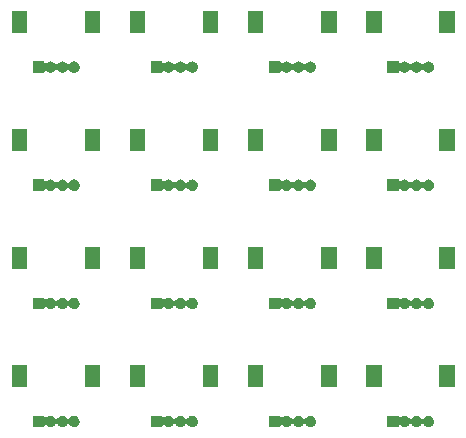
<source format=gts>
%MOIN*%
%OFA0B0*%
%FSLAX46Y46*%
%IPPOS*%
%LPD*%
%ADD10C,0.0039370078740157488*%
%ADD21C,0.0039370078740157488*%
%ADD22C,0.0039370078740157488*%
%ADD23C,0.0039370078740157488*%
%ADD24C,0.0039370078740157488*%
%ADD25C,0.0039370078740157488*%
%ADD26C,0.0039370078740157488*%
%ADD27C,0.0039370078740157488*%
%ADD28C,0.0039370078740157488*%
%ADD29C,0.0039370078740157488*%
%ADD30C,0.0039370078740157488*%
%ADD31C,0.0039370078740157488*%
%ADD32C,0.0039370078740157488*%
%ADD33C,0.0039370078740157488*%
%ADD34C,0.0039370078740157488*%
%ADD35C,0.0039370078740157488*%
D10*
G36*
X0000118149Y0003704761D02*
G01*
X0000118244Y0003703801D01*
X0000118524Y0003702878D01*
X0000118978Y0003702027D01*
X0000119590Y0003701281D01*
X0000120336Y0003700669D01*
X0000121187Y0003700214D01*
X0000122110Y0003699934D01*
X0000123070Y0003699840D01*
X0000124030Y0003699934D01*
X0000124954Y0003700214D01*
X0000125804Y0003700669D01*
X0000126550Y0003701281D01*
X0000126833Y0003701564D01*
X0000129902Y0003703615D01*
X0000131315Y0003704200D01*
X0000133313Y0003705027D01*
X0000136933Y0003705748D01*
X0000140625Y0003705748D01*
X0000144245Y0003705027D01*
X0000146243Y0003704200D01*
X0000147656Y0003703615D01*
X0000150725Y0003701564D01*
X0000153336Y0003698953D01*
X0000154372Y0003697402D01*
X0000154984Y0003696656D01*
X0000155730Y0003696044D01*
X0000156581Y0003695589D01*
X0000157504Y0003695309D01*
X0000158464Y0003695215D01*
X0000159424Y0003695309D01*
X0000160347Y0003695589D01*
X0000161198Y0003696044D01*
X0000161944Y0003696656D01*
X0000162556Y0003697402D01*
X0000163593Y0003698953D01*
X0000166203Y0003701564D01*
X0000169272Y0003703615D01*
X0000170685Y0003704200D01*
X0000172683Y0003705027D01*
X0000176303Y0003705748D01*
X0000179995Y0003705748D01*
X0000183615Y0003705027D01*
X0000185613Y0003704200D01*
X0000187026Y0003703615D01*
X0000190095Y0003701564D01*
X0000192706Y0003698953D01*
X0000193742Y0003697402D01*
X0000194354Y0003696656D01*
X0000195100Y0003696044D01*
X0000195951Y0003695589D01*
X0000196874Y0003695309D01*
X0000197834Y0003695215D01*
X0000198794Y0003695309D01*
X0000199717Y0003695589D01*
X0000200568Y0003696044D01*
X0000201314Y0003696656D01*
X0000201926Y0003697402D01*
X0000202963Y0003698953D01*
X0000205573Y0003701564D01*
X0000208642Y0003703615D01*
X0000210055Y0003704200D01*
X0000212053Y0003705027D01*
X0000215673Y0003705748D01*
X0000219365Y0003705748D01*
X0000222985Y0003705027D01*
X0000224983Y0003704200D01*
X0000226396Y0003703615D01*
X0000229465Y0003701564D01*
X0000232076Y0003698954D01*
X0000234127Y0003695884D01*
X0000234365Y0003695309D01*
X0000235539Y0003692474D01*
X0000236259Y0003688853D01*
X0000236259Y0003685162D01*
X0000235539Y0003681541D01*
X0000234712Y0003679543D01*
X0000234127Y0003678131D01*
X0000232076Y0003675061D01*
X0000229465Y0003672451D01*
X0000226396Y0003670400D01*
X0000225947Y0003670214D01*
X0000222985Y0003668987D01*
X0000219365Y0003668267D01*
X0000215673Y0003668267D01*
X0000212053Y0003668987D01*
X0000209092Y0003670214D01*
X0000208642Y0003670400D01*
X0000205573Y0003672451D01*
X0000202963Y0003675061D01*
X0000201926Y0003676613D01*
X0000201314Y0003677359D01*
X0000200568Y0003677971D01*
X0000199717Y0003678425D01*
X0000198794Y0003678705D01*
X0000197834Y0003678800D01*
X0000196874Y0003678705D01*
X0000195951Y0003678425D01*
X0000195100Y0003677971D01*
X0000194354Y0003677359D01*
X0000193742Y0003676613D01*
X0000192706Y0003675061D01*
X0000190095Y0003672451D01*
X0000187026Y0003670400D01*
X0000186576Y0003670214D01*
X0000183615Y0003668987D01*
X0000179995Y0003668267D01*
X0000176303Y0003668267D01*
X0000172683Y0003668987D01*
X0000169722Y0003670214D01*
X0000169272Y0003670400D01*
X0000166203Y0003672451D01*
X0000163593Y0003675061D01*
X0000162556Y0003676613D01*
X0000161944Y0003677359D01*
X0000161198Y0003677971D01*
X0000160347Y0003678425D01*
X0000159424Y0003678705D01*
X0000158464Y0003678800D01*
X0000157504Y0003678705D01*
X0000156581Y0003678425D01*
X0000155730Y0003677971D01*
X0000154984Y0003677359D01*
X0000154372Y0003676613D01*
X0000153336Y0003675061D01*
X0000150725Y0003672451D01*
X0000147656Y0003670400D01*
X0000147206Y0003670214D01*
X0000144245Y0003668987D01*
X0000140625Y0003668267D01*
X0000136933Y0003668267D01*
X0000133313Y0003668987D01*
X0000130352Y0003670214D01*
X0000129902Y0003670400D01*
X0000126833Y0003672451D01*
X0000126550Y0003672734D01*
X0000125804Y0003673346D01*
X0000124954Y0003673800D01*
X0000124030Y0003674080D01*
X0000123070Y0003674175D01*
X0000122110Y0003674080D01*
X0000121187Y0003673800D01*
X0000120336Y0003673346D01*
X0000119590Y0003672734D01*
X0000118978Y0003671988D01*
X0000118524Y0003671137D01*
X0000118244Y0003670214D01*
X0000118149Y0003669254D01*
X0000118149Y0003668267D01*
X0000080669Y0003668267D01*
X0000080669Y0003705748D01*
X0000118149Y0003705748D01*
X0000118149Y0003704761D01*
G37*
G36*
X0000305267Y0003801893D02*
G01*
X0000253692Y0003801893D01*
X0000253692Y0003875271D01*
X0000305267Y0003875271D01*
X0000305267Y0003801893D01*
G37*
G36*
X0000061267Y0003801893D02*
G01*
X0000009692Y0003801893D01*
X0000009692Y0003875271D01*
X0000061267Y0003875271D01*
X0000061267Y0003801893D01*
G37*
G04 next file*
G04 #@! TF.GenerationSoftware,KiCad,Pcbnew,(5.1.5)-3*
G04 #@! TF.CreationDate,2021-04-29T13:46:15+02:00*
G04 #@! TF.ProjectId,Hivetracker,48697665-7472-4616-936b-65722e6b6963,rev?*
G04 #@! TF.SameCoordinates,PX2562500PY28a0640*
G04 #@! TF.FileFunction,Soldermask,Top*
G04 #@! TF.FilePolarity,Negative*
G04 Gerber Fmt 4.6, Leading zero omitted, Abs format (unit mm)*
G04 Created by KiCad (PCBNEW (5.1.5)-3) date 2021-04-29 13:46:15*
G04 APERTURE LIST*
G04 APERTURE END LIST*
D21*
G36*
X0000511850Y0003704761D02*
G01*
X0000511944Y0003703801D01*
X0000512225Y0003702878D01*
X0000512679Y0003702027D01*
X0000513291Y0003701281D01*
X0000514037Y0003700669D01*
X0000514888Y0003700214D01*
X0000515811Y0003699934D01*
X0000516771Y0003699840D01*
X0000517731Y0003699934D01*
X0000518654Y0003700214D01*
X0000519505Y0003700669D01*
X0000520251Y0003701281D01*
X0000520534Y0003701564D01*
X0000523603Y0003703615D01*
X0000525016Y0003704200D01*
X0000527014Y0003705027D01*
X0000530634Y0003705748D01*
X0000534326Y0003705748D01*
X0000537946Y0003705027D01*
X0000539944Y0003704200D01*
X0000541357Y0003703615D01*
X0000544426Y0003701564D01*
X0000547036Y0003698953D01*
X0000548073Y0003697402D01*
X0000548685Y0003696656D01*
X0000549431Y0003696044D01*
X0000550282Y0003695589D01*
X0000551205Y0003695309D01*
X0000552165Y0003695215D01*
X0000553125Y0003695309D01*
X0000554048Y0003695589D01*
X0000554899Y0003696044D01*
X0000555645Y0003696656D01*
X0000556257Y0003697402D01*
X0000557293Y0003698953D01*
X0000559904Y0003701564D01*
X0000562973Y0003703615D01*
X0000564386Y0003704200D01*
X0000566384Y0003705027D01*
X0000570004Y0003705748D01*
X0000573696Y0003705748D01*
X0000577316Y0003705027D01*
X0000579314Y0003704200D01*
X0000580727Y0003703615D01*
X0000583796Y0003701564D01*
X0000586406Y0003698953D01*
X0000587443Y0003697402D01*
X0000588055Y0003696656D01*
X0000588801Y0003696044D01*
X0000589652Y0003695589D01*
X0000590575Y0003695309D01*
X0000591535Y0003695215D01*
X0000592495Y0003695309D01*
X0000593418Y0003695589D01*
X0000594269Y0003696044D01*
X0000595015Y0003696656D01*
X0000595627Y0003697402D01*
X0000596663Y0003698953D01*
X0000599274Y0003701564D01*
X0000602343Y0003703615D01*
X0000603756Y0003704200D01*
X0000605754Y0003705027D01*
X0000609374Y0003705748D01*
X0000613066Y0003705748D01*
X0000616686Y0003705027D01*
X0000618684Y0003704200D01*
X0000620097Y0003703615D01*
X0000623166Y0003701564D01*
X0000625776Y0003698954D01*
X0000627827Y0003695884D01*
X0000628065Y0003695309D01*
X0000629240Y0003692474D01*
X0000629960Y0003688853D01*
X0000629960Y0003685162D01*
X0000629240Y0003681541D01*
X0000628412Y0003679543D01*
X0000627827Y0003678131D01*
X0000625776Y0003675061D01*
X0000623166Y0003672451D01*
X0000620097Y0003670400D01*
X0000619647Y0003670214D01*
X0000616686Y0003668987D01*
X0000613066Y0003668267D01*
X0000609374Y0003668267D01*
X0000605754Y0003668987D01*
X0000602793Y0003670214D01*
X0000602343Y0003670400D01*
X0000599274Y0003672451D01*
X0000596663Y0003675061D01*
X0000595627Y0003676613D01*
X0000595015Y0003677359D01*
X0000594269Y0003677971D01*
X0000593418Y0003678425D01*
X0000592495Y0003678705D01*
X0000591535Y0003678800D01*
X0000590575Y0003678705D01*
X0000589652Y0003678425D01*
X0000588801Y0003677971D01*
X0000588055Y0003677359D01*
X0000587443Y0003676613D01*
X0000586406Y0003675061D01*
X0000583796Y0003672451D01*
X0000580727Y0003670400D01*
X0000580277Y0003670214D01*
X0000577316Y0003668987D01*
X0000573696Y0003668267D01*
X0000570004Y0003668267D01*
X0000566384Y0003668987D01*
X0000563423Y0003670214D01*
X0000562973Y0003670400D01*
X0000559904Y0003672451D01*
X0000557293Y0003675061D01*
X0000556257Y0003676613D01*
X0000555645Y0003677359D01*
X0000554899Y0003677971D01*
X0000554048Y0003678425D01*
X0000553125Y0003678705D01*
X0000552165Y0003678800D01*
X0000551205Y0003678705D01*
X0000550282Y0003678425D01*
X0000549431Y0003677971D01*
X0000548685Y0003677359D01*
X0000548073Y0003676613D01*
X0000547036Y0003675061D01*
X0000544426Y0003672451D01*
X0000541357Y0003670400D01*
X0000540907Y0003670214D01*
X0000537946Y0003668987D01*
X0000534326Y0003668267D01*
X0000530634Y0003668267D01*
X0000527014Y0003668987D01*
X0000524052Y0003670214D01*
X0000523603Y0003670400D01*
X0000520534Y0003672451D01*
X0000520251Y0003672734D01*
X0000519505Y0003673346D01*
X0000518654Y0003673800D01*
X0000517731Y0003674080D01*
X0000516771Y0003674175D01*
X0000515811Y0003674080D01*
X0000514888Y0003673800D01*
X0000514037Y0003673346D01*
X0000513291Y0003672734D01*
X0000512679Y0003671988D01*
X0000512225Y0003671137D01*
X0000511944Y0003670214D01*
X0000511850Y0003669254D01*
X0000511850Y0003668267D01*
X0000474370Y0003668267D01*
X0000474370Y0003705748D01*
X0000511850Y0003705748D01*
X0000511850Y0003704761D01*
G37*
G36*
X0000698968Y0003801893D02*
G01*
X0000647393Y0003801893D01*
X0000647393Y0003875271D01*
X0000698968Y0003875271D01*
X0000698968Y0003801893D01*
G37*
G36*
X0000454968Y0003801893D02*
G01*
X0000403393Y0003801893D01*
X0000403393Y0003875271D01*
X0000454968Y0003875271D01*
X0000454968Y0003801893D01*
G37*
G04 next file*
G04 #@! TF.GenerationSoftware,KiCad,Pcbnew,(5.1.5)-3*
G04 #@! TF.CreationDate,2021-04-29T13:46:15+02:00*
G04 #@! TF.ProjectId,Hivetracker,48697665-7472-4616-936b-65722e6b6963,rev?*
G04 #@! TF.SameCoordinates,PX2562500PY28a0640*
G04 #@! TF.FileFunction,Soldermask,Top*
G04 #@! TF.FilePolarity,Negative*
G04 Gerber Fmt 4.6, Leading zero omitted, Abs format (unit mm)*
G04 Created by KiCad (PCBNEW (5.1.5)-3) date 2021-04-29 13:46:15*
G04 APERTURE LIST*
G04 APERTURE END LIST*
D22*
G36*
X0000905551Y0003704761D02*
G01*
X0000905645Y0003703801D01*
X0000905925Y0003702878D01*
X0000906380Y0003702027D01*
X0000906992Y0003701281D01*
X0000907738Y0003700669D01*
X0000908589Y0003700214D01*
X0000909512Y0003699934D01*
X0000910472Y0003699840D01*
X0000911432Y0003699934D01*
X0000912355Y0003700214D01*
X0000913206Y0003700669D01*
X0000913952Y0003701281D01*
X0000914234Y0003701564D01*
X0000917304Y0003703615D01*
X0000918716Y0003704200D01*
X0000920714Y0003705027D01*
X0000924335Y0003705748D01*
X0000928026Y0003705748D01*
X0000931647Y0003705027D01*
X0000933645Y0003704200D01*
X0000935057Y0003703615D01*
X0000938127Y0003701564D01*
X0000940737Y0003698953D01*
X0000941774Y0003697402D01*
X0000942386Y0003696656D01*
X0000943132Y0003696044D01*
X0000943982Y0003695589D01*
X0000944906Y0003695309D01*
X0000945866Y0003695215D01*
X0000946826Y0003695309D01*
X0000947749Y0003695589D01*
X0000948600Y0003696044D01*
X0000949345Y0003696656D01*
X0000949957Y0003697402D01*
X0000950994Y0003698953D01*
X0000953605Y0003701564D01*
X0000956674Y0003703615D01*
X0000958087Y0003704200D01*
X0000960084Y0003705027D01*
X0000963705Y0003705748D01*
X0000967396Y0003705748D01*
X0000971017Y0003705027D01*
X0000973015Y0003704200D01*
X0000974427Y0003703615D01*
X0000977497Y0003701564D01*
X0000980107Y0003698953D01*
X0000981144Y0003697402D01*
X0000981756Y0003696656D01*
X0000982502Y0003696044D01*
X0000983352Y0003695589D01*
X0000984276Y0003695309D01*
X0000985236Y0003695215D01*
X0000986196Y0003695309D01*
X0000987119Y0003695589D01*
X0000987970Y0003696044D01*
X0000988716Y0003696656D01*
X0000989328Y0003697402D01*
X0000990364Y0003698953D01*
X0000992975Y0003701564D01*
X0000996044Y0003703615D01*
X0000997457Y0003704200D01*
X0000999455Y0003705027D01*
X0001003075Y0003705748D01*
X0001006767Y0003705748D01*
X0001010387Y0003705027D01*
X0001012385Y0003704200D01*
X0001013798Y0003703615D01*
X0001016867Y0003701564D01*
X0001019477Y0003698954D01*
X0001021528Y0003695884D01*
X0001021766Y0003695309D01*
X0001022941Y0003692474D01*
X0001023661Y0003688853D01*
X0001023661Y0003685162D01*
X0001022941Y0003681541D01*
X0001022113Y0003679543D01*
X0001021528Y0003678131D01*
X0001019477Y0003675061D01*
X0001016867Y0003672451D01*
X0001013798Y0003670400D01*
X0001013348Y0003670214D01*
X0001010387Y0003668987D01*
X0001006767Y0003668267D01*
X0001003075Y0003668267D01*
X0000999455Y0003668987D01*
X0000996493Y0003670214D01*
X0000996044Y0003670400D01*
X0000992975Y0003672451D01*
X0000990364Y0003675061D01*
X0000989328Y0003676613D01*
X0000988716Y0003677359D01*
X0000987970Y0003677971D01*
X0000987119Y0003678425D01*
X0000986196Y0003678705D01*
X0000985236Y0003678800D01*
X0000984276Y0003678705D01*
X0000983352Y0003678425D01*
X0000982502Y0003677971D01*
X0000981756Y0003677359D01*
X0000981144Y0003676613D01*
X0000980107Y0003675061D01*
X0000977497Y0003672451D01*
X0000974427Y0003670400D01*
X0000973978Y0003670214D01*
X0000971017Y0003668987D01*
X0000967396Y0003668267D01*
X0000963705Y0003668267D01*
X0000960084Y0003668987D01*
X0000957123Y0003670214D01*
X0000956674Y0003670400D01*
X0000953605Y0003672451D01*
X0000950994Y0003675061D01*
X0000949957Y0003676613D01*
X0000949345Y0003677359D01*
X0000948600Y0003677971D01*
X0000947749Y0003678425D01*
X0000946826Y0003678705D01*
X0000945866Y0003678800D01*
X0000944906Y0003678705D01*
X0000943982Y0003678425D01*
X0000943132Y0003677971D01*
X0000942386Y0003677359D01*
X0000941774Y0003676613D01*
X0000940737Y0003675061D01*
X0000938127Y0003672451D01*
X0000935057Y0003670400D01*
X0000934608Y0003670214D01*
X0000931647Y0003668987D01*
X0000928026Y0003668267D01*
X0000924335Y0003668267D01*
X0000920714Y0003668987D01*
X0000917753Y0003670214D01*
X0000917304Y0003670400D01*
X0000914234Y0003672451D01*
X0000913952Y0003672734D01*
X0000913206Y0003673346D01*
X0000912355Y0003673800D01*
X0000911432Y0003674080D01*
X0000910472Y0003674175D01*
X0000909512Y0003674080D01*
X0000908589Y0003673800D01*
X0000907738Y0003673346D01*
X0000906992Y0003672734D01*
X0000906380Y0003671988D01*
X0000905925Y0003671137D01*
X0000905645Y0003670214D01*
X0000905551Y0003669254D01*
X0000905551Y0003668267D01*
X0000868070Y0003668267D01*
X0000868070Y0003705748D01*
X0000905551Y0003705748D01*
X0000905551Y0003704761D01*
G37*
G36*
X0001092669Y0003801893D02*
G01*
X0001041094Y0003801893D01*
X0001041094Y0003875271D01*
X0001092669Y0003875271D01*
X0001092669Y0003801893D01*
G37*
G36*
X0000848669Y0003801893D02*
G01*
X0000797094Y0003801893D01*
X0000797094Y0003875271D01*
X0000848669Y0003875271D01*
X0000848669Y0003801893D01*
G37*
G04 next file*
G04 #@! TF.GenerationSoftware,KiCad,Pcbnew,(5.1.5)-3*
G04 #@! TF.CreationDate,2021-04-29T13:46:15+02:00*
G04 #@! TF.ProjectId,Hivetracker,48697665-7472-4616-936b-65722e6b6963,rev?*
G04 #@! TF.SameCoordinates,PX2562500PY28a0640*
G04 #@! TF.FileFunction,Soldermask,Top*
G04 #@! TF.FilePolarity,Negative*
G04 Gerber Fmt 4.6, Leading zero omitted, Abs format (unit mm)*
G04 Created by KiCad (PCBNEW (5.1.5)-3) date 2021-04-29 13:46:15*
G04 APERTURE LIST*
G04 APERTURE END LIST*
D23*
G36*
X0000118149Y0003311060D02*
G01*
X0000118244Y0003310100D01*
X0000118524Y0003309177D01*
X0000118978Y0003308326D01*
X0000119590Y0003307580D01*
X0000120336Y0003306968D01*
X0000121187Y0003306514D01*
X0000122110Y0003306233D01*
X0000123070Y0003306139D01*
X0000124030Y0003306233D01*
X0000124954Y0003306514D01*
X0000125804Y0003306968D01*
X0000126550Y0003307580D01*
X0000126833Y0003307863D01*
X0000129902Y0003309914D01*
X0000131315Y0003310499D01*
X0000133313Y0003311327D01*
X0000136933Y0003312047D01*
X0000140625Y0003312047D01*
X0000144245Y0003311327D01*
X0000146243Y0003310499D01*
X0000147656Y0003309914D01*
X0000150725Y0003307863D01*
X0000153336Y0003305253D01*
X0000154372Y0003303701D01*
X0000154984Y0003302955D01*
X0000155730Y0003302343D01*
X0000156581Y0003301889D01*
X0000157504Y0003301609D01*
X0000158464Y0003301514D01*
X0000159424Y0003301609D01*
X0000160347Y0003301889D01*
X0000161198Y0003302343D01*
X0000161944Y0003302955D01*
X0000162556Y0003303701D01*
X0000163593Y0003305253D01*
X0000166203Y0003307863D01*
X0000169272Y0003309914D01*
X0000170685Y0003310499D01*
X0000172683Y0003311327D01*
X0000176303Y0003312047D01*
X0000179995Y0003312047D01*
X0000183615Y0003311327D01*
X0000185613Y0003310499D01*
X0000187026Y0003309914D01*
X0000190095Y0003307863D01*
X0000192706Y0003305253D01*
X0000193742Y0003303701D01*
X0000194354Y0003302955D01*
X0000195100Y0003302343D01*
X0000195951Y0003301889D01*
X0000196874Y0003301609D01*
X0000197834Y0003301514D01*
X0000198794Y0003301609D01*
X0000199717Y0003301889D01*
X0000200568Y0003302343D01*
X0000201314Y0003302955D01*
X0000201926Y0003303701D01*
X0000202963Y0003305253D01*
X0000205573Y0003307863D01*
X0000208642Y0003309914D01*
X0000210055Y0003310499D01*
X0000212053Y0003311327D01*
X0000215673Y0003312047D01*
X0000219365Y0003312047D01*
X0000222985Y0003311327D01*
X0000224983Y0003310499D01*
X0000226396Y0003309914D01*
X0000229465Y0003307863D01*
X0000232076Y0003305253D01*
X0000234127Y0003302183D01*
X0000234365Y0003301609D01*
X0000235539Y0003298773D01*
X0000236259Y0003295152D01*
X0000236259Y0003291461D01*
X0000235539Y0003287840D01*
X0000234712Y0003285842D01*
X0000234127Y0003284430D01*
X0000232076Y0003281360D01*
X0000229465Y0003278750D01*
X0000226396Y0003276699D01*
X0000225947Y0003276513D01*
X0000222985Y0003275287D01*
X0000219365Y0003274566D01*
X0000215673Y0003274566D01*
X0000212053Y0003275287D01*
X0000209092Y0003276513D01*
X0000208642Y0003276699D01*
X0000205573Y0003278750D01*
X0000202963Y0003281361D01*
X0000201926Y0003282912D01*
X0000201314Y0003283658D01*
X0000200568Y0003284270D01*
X0000199717Y0003284725D01*
X0000198794Y0003285005D01*
X0000197834Y0003285099D01*
X0000196874Y0003285005D01*
X0000195951Y0003284725D01*
X0000195100Y0003284270D01*
X0000194354Y0003283658D01*
X0000193742Y0003282912D01*
X0000192706Y0003281361D01*
X0000190095Y0003278750D01*
X0000187026Y0003276699D01*
X0000186576Y0003276513D01*
X0000183615Y0003275287D01*
X0000179995Y0003274566D01*
X0000176303Y0003274566D01*
X0000172683Y0003275287D01*
X0000169722Y0003276513D01*
X0000169272Y0003276699D01*
X0000166203Y0003278750D01*
X0000163593Y0003281361D01*
X0000162556Y0003282912D01*
X0000161944Y0003283658D01*
X0000161198Y0003284270D01*
X0000160347Y0003284725D01*
X0000159424Y0003285005D01*
X0000158464Y0003285099D01*
X0000157504Y0003285005D01*
X0000156581Y0003284725D01*
X0000155730Y0003284270D01*
X0000154984Y0003283658D01*
X0000154372Y0003282912D01*
X0000153336Y0003281361D01*
X0000150725Y0003278750D01*
X0000147656Y0003276699D01*
X0000147206Y0003276513D01*
X0000144245Y0003275287D01*
X0000140625Y0003274566D01*
X0000136933Y0003274566D01*
X0000133313Y0003275287D01*
X0000130352Y0003276513D01*
X0000129902Y0003276699D01*
X0000126833Y0003278750D01*
X0000126550Y0003279033D01*
X0000125804Y0003279645D01*
X0000124954Y0003280100D01*
X0000124030Y0003280380D01*
X0000123070Y0003280474D01*
X0000122110Y0003280380D01*
X0000121187Y0003280100D01*
X0000120336Y0003279645D01*
X0000119590Y0003279033D01*
X0000118978Y0003278287D01*
X0000118524Y0003277436D01*
X0000118244Y0003276513D01*
X0000118149Y0003275553D01*
X0000118149Y0003274566D01*
X0000080669Y0003274566D01*
X0000080669Y0003312047D01*
X0000118149Y0003312047D01*
X0000118149Y0003311060D01*
G37*
G36*
X0000305267Y0003408192D02*
G01*
X0000253692Y0003408192D01*
X0000253692Y0003481570D01*
X0000305267Y0003481570D01*
X0000305267Y0003408192D01*
G37*
G36*
X0000061267Y0003408192D02*
G01*
X0000009692Y0003408192D01*
X0000009692Y0003481570D01*
X0000061267Y0003481570D01*
X0000061267Y0003408192D01*
G37*
G04 next file*
G04 #@! TF.GenerationSoftware,KiCad,Pcbnew,(5.1.5)-3*
G04 #@! TF.CreationDate,2021-04-29T13:46:15+02:00*
G04 #@! TF.ProjectId,Hivetracker,48697665-7472-4616-936b-65722e6b6963,rev?*
G04 #@! TF.SameCoordinates,PX2562500PY28a0640*
G04 #@! TF.FileFunction,Soldermask,Top*
G04 #@! TF.FilePolarity,Negative*
G04 Gerber Fmt 4.6, Leading zero omitted, Abs format (unit mm)*
G04 Created by KiCad (PCBNEW (5.1.5)-3) date 2021-04-29 13:46:15*
G04 APERTURE LIST*
G04 APERTURE END LIST*
D24*
G36*
X0000511850Y0003311060D02*
G01*
X0000511944Y0003310100D01*
X0000512225Y0003309177D01*
X0000512679Y0003308326D01*
X0000513291Y0003307580D01*
X0000514037Y0003306968D01*
X0000514888Y0003306514D01*
X0000515811Y0003306233D01*
X0000516771Y0003306139D01*
X0000517731Y0003306233D01*
X0000518654Y0003306514D01*
X0000519505Y0003306968D01*
X0000520251Y0003307580D01*
X0000520534Y0003307863D01*
X0000523603Y0003309914D01*
X0000525016Y0003310499D01*
X0000527014Y0003311327D01*
X0000530634Y0003312047D01*
X0000534326Y0003312047D01*
X0000537946Y0003311327D01*
X0000539944Y0003310499D01*
X0000541357Y0003309914D01*
X0000544426Y0003307863D01*
X0000547036Y0003305253D01*
X0000548073Y0003303701D01*
X0000548685Y0003302955D01*
X0000549431Y0003302343D01*
X0000550282Y0003301889D01*
X0000551205Y0003301609D01*
X0000552165Y0003301514D01*
X0000553125Y0003301609D01*
X0000554048Y0003301889D01*
X0000554899Y0003302343D01*
X0000555645Y0003302955D01*
X0000556257Y0003303701D01*
X0000557293Y0003305253D01*
X0000559904Y0003307863D01*
X0000562973Y0003309914D01*
X0000564386Y0003310499D01*
X0000566384Y0003311327D01*
X0000570004Y0003312047D01*
X0000573696Y0003312047D01*
X0000577316Y0003311327D01*
X0000579314Y0003310499D01*
X0000580727Y0003309914D01*
X0000583796Y0003307863D01*
X0000586406Y0003305253D01*
X0000587443Y0003303701D01*
X0000588055Y0003302955D01*
X0000588801Y0003302343D01*
X0000589652Y0003301889D01*
X0000590575Y0003301609D01*
X0000591535Y0003301514D01*
X0000592495Y0003301609D01*
X0000593418Y0003301889D01*
X0000594269Y0003302343D01*
X0000595015Y0003302955D01*
X0000595627Y0003303701D01*
X0000596663Y0003305253D01*
X0000599274Y0003307863D01*
X0000602343Y0003309914D01*
X0000603756Y0003310499D01*
X0000605754Y0003311327D01*
X0000609374Y0003312047D01*
X0000613066Y0003312047D01*
X0000616686Y0003311327D01*
X0000618684Y0003310499D01*
X0000620097Y0003309914D01*
X0000623166Y0003307863D01*
X0000625776Y0003305253D01*
X0000627827Y0003302183D01*
X0000628065Y0003301609D01*
X0000629240Y0003298773D01*
X0000629960Y0003295152D01*
X0000629960Y0003291461D01*
X0000629240Y0003287840D01*
X0000628412Y0003285842D01*
X0000627827Y0003284430D01*
X0000625776Y0003281360D01*
X0000623166Y0003278750D01*
X0000620097Y0003276699D01*
X0000619647Y0003276513D01*
X0000616686Y0003275287D01*
X0000613066Y0003274566D01*
X0000609374Y0003274566D01*
X0000605754Y0003275287D01*
X0000602793Y0003276513D01*
X0000602343Y0003276699D01*
X0000599274Y0003278750D01*
X0000596663Y0003281361D01*
X0000595627Y0003282912D01*
X0000595015Y0003283658D01*
X0000594269Y0003284270D01*
X0000593418Y0003284725D01*
X0000592495Y0003285005D01*
X0000591535Y0003285099D01*
X0000590575Y0003285005D01*
X0000589652Y0003284725D01*
X0000588801Y0003284270D01*
X0000588055Y0003283658D01*
X0000587443Y0003282912D01*
X0000586406Y0003281361D01*
X0000583796Y0003278750D01*
X0000580727Y0003276699D01*
X0000580277Y0003276513D01*
X0000577316Y0003275287D01*
X0000573696Y0003274566D01*
X0000570004Y0003274566D01*
X0000566384Y0003275287D01*
X0000563423Y0003276513D01*
X0000562973Y0003276699D01*
X0000559904Y0003278750D01*
X0000557293Y0003281361D01*
X0000556257Y0003282912D01*
X0000555645Y0003283658D01*
X0000554899Y0003284270D01*
X0000554048Y0003284725D01*
X0000553125Y0003285005D01*
X0000552165Y0003285099D01*
X0000551205Y0003285005D01*
X0000550282Y0003284725D01*
X0000549431Y0003284270D01*
X0000548685Y0003283658D01*
X0000548073Y0003282912D01*
X0000547036Y0003281361D01*
X0000544426Y0003278750D01*
X0000541357Y0003276699D01*
X0000540907Y0003276513D01*
X0000537946Y0003275287D01*
X0000534326Y0003274566D01*
X0000530634Y0003274566D01*
X0000527014Y0003275287D01*
X0000524052Y0003276513D01*
X0000523603Y0003276699D01*
X0000520534Y0003278750D01*
X0000520251Y0003279033D01*
X0000519505Y0003279645D01*
X0000518654Y0003280100D01*
X0000517731Y0003280380D01*
X0000516771Y0003280474D01*
X0000515811Y0003280380D01*
X0000514888Y0003280100D01*
X0000514037Y0003279645D01*
X0000513291Y0003279033D01*
X0000512679Y0003278287D01*
X0000512225Y0003277436D01*
X0000511944Y0003276513D01*
X0000511850Y0003275553D01*
X0000511850Y0003274566D01*
X0000474370Y0003274566D01*
X0000474370Y0003312047D01*
X0000511850Y0003312047D01*
X0000511850Y0003311060D01*
G37*
G36*
X0000698968Y0003408192D02*
G01*
X0000647393Y0003408192D01*
X0000647393Y0003481570D01*
X0000698968Y0003481570D01*
X0000698968Y0003408192D01*
G37*
G36*
X0000454968Y0003408192D02*
G01*
X0000403393Y0003408192D01*
X0000403393Y0003481570D01*
X0000454968Y0003481570D01*
X0000454968Y0003408192D01*
G37*
G04 next file*
G04 #@! TF.GenerationSoftware,KiCad,Pcbnew,(5.1.5)-3*
G04 #@! TF.CreationDate,2021-04-29T13:46:15+02:00*
G04 #@! TF.ProjectId,Hivetracker,48697665-7472-4616-936b-65722e6b6963,rev?*
G04 #@! TF.SameCoordinates,PX2562500PY28a0640*
G04 #@! TF.FileFunction,Soldermask,Top*
G04 #@! TF.FilePolarity,Negative*
G04 Gerber Fmt 4.6, Leading zero omitted, Abs format (unit mm)*
G04 Created by KiCad (PCBNEW (5.1.5)-3) date 2021-04-29 13:46:15*
G04 APERTURE LIST*
G04 APERTURE END LIST*
D25*
G36*
X0000118149Y0002917359D02*
G01*
X0000118244Y0002916399D01*
X0000118524Y0002915476D01*
X0000118978Y0002914625D01*
X0000119590Y0002913880D01*
X0000120336Y0002913267D01*
X0000121187Y0002912813D01*
X0000122110Y0002912533D01*
X0000123070Y0002912438D01*
X0000124030Y0002912533D01*
X0000124954Y0002912813D01*
X0000125804Y0002913267D01*
X0000126550Y0002913880D01*
X0000126833Y0002914162D01*
X0000129902Y0002916213D01*
X0000131315Y0002916798D01*
X0000133313Y0002917626D01*
X0000136933Y0002918346D01*
X0000140625Y0002918346D01*
X0000144245Y0002917626D01*
X0000146243Y0002916798D01*
X0000147656Y0002916213D01*
X0000150725Y0002914162D01*
X0000153336Y0002911552D01*
X0000154372Y0002910000D01*
X0000154984Y0002909255D01*
X0000155730Y0002908643D01*
X0000156581Y0002908188D01*
X0000157504Y0002907908D01*
X0000158464Y0002907813D01*
X0000159424Y0002907908D01*
X0000160347Y0002908188D01*
X0000161198Y0002908643D01*
X0000161944Y0002909255D01*
X0000162556Y0002910000D01*
X0000163593Y0002911552D01*
X0000166203Y0002914162D01*
X0000169272Y0002916213D01*
X0000170685Y0002916798D01*
X0000172683Y0002917626D01*
X0000176303Y0002918346D01*
X0000179995Y0002918346D01*
X0000183615Y0002917626D01*
X0000185613Y0002916798D01*
X0000187026Y0002916213D01*
X0000190095Y0002914162D01*
X0000192706Y0002911552D01*
X0000193742Y0002910000D01*
X0000194354Y0002909255D01*
X0000195100Y0002908643D01*
X0000195951Y0002908188D01*
X0000196874Y0002907908D01*
X0000197834Y0002907813D01*
X0000198794Y0002907908D01*
X0000199717Y0002908188D01*
X0000200568Y0002908643D01*
X0000201314Y0002909255D01*
X0000201926Y0002910000D01*
X0000202963Y0002911552D01*
X0000205573Y0002914162D01*
X0000208642Y0002916213D01*
X0000210055Y0002916798D01*
X0000212053Y0002917626D01*
X0000215673Y0002918346D01*
X0000219365Y0002918346D01*
X0000222985Y0002917626D01*
X0000224983Y0002916798D01*
X0000226396Y0002916213D01*
X0000229465Y0002914162D01*
X0000232076Y0002911552D01*
X0000234127Y0002908483D01*
X0000234365Y0002907908D01*
X0000235539Y0002905072D01*
X0000236259Y0002901452D01*
X0000236259Y0002897760D01*
X0000235539Y0002894140D01*
X0000234712Y0002892142D01*
X0000234127Y0002890729D01*
X0000232076Y0002887660D01*
X0000229465Y0002885049D01*
X0000226396Y0002882998D01*
X0000225947Y0002882812D01*
X0000222985Y0002881586D01*
X0000219365Y0002880866D01*
X0000215673Y0002880866D01*
X0000212053Y0002881586D01*
X0000209092Y0002882812D01*
X0000208642Y0002882998D01*
X0000205573Y0002885049D01*
X0000202963Y0002887660D01*
X0000201926Y0002889211D01*
X0000201314Y0002889957D01*
X0000200568Y0002890569D01*
X0000199717Y0002891024D01*
X0000198794Y0002891304D01*
X0000197834Y0002891398D01*
X0000196874Y0002891304D01*
X0000195951Y0002891024D01*
X0000195100Y0002890569D01*
X0000194354Y0002889957D01*
X0000193742Y0002889211D01*
X0000192706Y0002887660D01*
X0000190095Y0002885049D01*
X0000187026Y0002882998D01*
X0000186576Y0002882812D01*
X0000183615Y0002881586D01*
X0000179995Y0002880866D01*
X0000176303Y0002880866D01*
X0000172683Y0002881586D01*
X0000169722Y0002882812D01*
X0000169272Y0002882998D01*
X0000166203Y0002885049D01*
X0000163593Y0002887660D01*
X0000162556Y0002889211D01*
X0000161944Y0002889957D01*
X0000161198Y0002890569D01*
X0000160347Y0002891024D01*
X0000159424Y0002891304D01*
X0000158464Y0002891398D01*
X0000157504Y0002891304D01*
X0000156581Y0002891024D01*
X0000155730Y0002890569D01*
X0000154984Y0002889957D01*
X0000154372Y0002889211D01*
X0000153336Y0002887660D01*
X0000150725Y0002885049D01*
X0000147656Y0002882998D01*
X0000147206Y0002882812D01*
X0000144245Y0002881586D01*
X0000140625Y0002880866D01*
X0000136933Y0002880866D01*
X0000133313Y0002881586D01*
X0000130352Y0002882812D01*
X0000129902Y0002882998D01*
X0000126833Y0002885049D01*
X0000126550Y0002885332D01*
X0000125804Y0002885944D01*
X0000124954Y0002886399D01*
X0000124030Y0002886679D01*
X0000123070Y0002886773D01*
X0000122110Y0002886679D01*
X0000121187Y0002886399D01*
X0000120336Y0002885944D01*
X0000119590Y0002885332D01*
X0000118978Y0002884586D01*
X0000118524Y0002883736D01*
X0000118244Y0002882812D01*
X0000118149Y0002881852D01*
X0000118149Y0002880866D01*
X0000080669Y0002880866D01*
X0000080669Y0002918346D01*
X0000118149Y0002918346D01*
X0000118149Y0002917359D01*
G37*
G36*
X0000305267Y0003014492D02*
G01*
X0000253692Y0003014492D01*
X0000253692Y0003087870D01*
X0000305267Y0003087870D01*
X0000305267Y0003014492D01*
G37*
G36*
X0000061267Y0003014492D02*
G01*
X0000009692Y0003014492D01*
X0000009692Y0003087870D01*
X0000061267Y0003087870D01*
X0000061267Y0003014492D01*
G37*
G04 next file*
G04 #@! TF.GenerationSoftware,KiCad,Pcbnew,(5.1.5)-3*
G04 #@! TF.CreationDate,2021-04-29T13:46:15+02:00*
G04 #@! TF.ProjectId,Hivetracker,48697665-7472-4616-936b-65722e6b6963,rev?*
G04 #@! TF.SameCoordinates,PX2562500PY28a0640*
G04 #@! TF.FileFunction,Soldermask,Top*
G04 #@! TF.FilePolarity,Negative*
G04 Gerber Fmt 4.6, Leading zero omitted, Abs format (unit mm)*
G04 Created by KiCad (PCBNEW (5.1.5)-3) date 2021-04-29 13:46:15*
G04 APERTURE LIST*
G04 APERTURE END LIST*
D26*
G36*
X0000511850Y0002917359D02*
G01*
X0000511944Y0002916399D01*
X0000512225Y0002915476D01*
X0000512679Y0002914625D01*
X0000513291Y0002913880D01*
X0000514037Y0002913267D01*
X0000514888Y0002912813D01*
X0000515811Y0002912533D01*
X0000516771Y0002912438D01*
X0000517731Y0002912533D01*
X0000518654Y0002912813D01*
X0000519505Y0002913267D01*
X0000520251Y0002913880D01*
X0000520534Y0002914162D01*
X0000523603Y0002916213D01*
X0000525016Y0002916798D01*
X0000527014Y0002917626D01*
X0000530634Y0002918346D01*
X0000534326Y0002918346D01*
X0000537946Y0002917626D01*
X0000539944Y0002916798D01*
X0000541357Y0002916213D01*
X0000544426Y0002914162D01*
X0000547036Y0002911552D01*
X0000548073Y0002910000D01*
X0000548685Y0002909255D01*
X0000549431Y0002908643D01*
X0000550282Y0002908188D01*
X0000551205Y0002907908D01*
X0000552165Y0002907813D01*
X0000553125Y0002907908D01*
X0000554048Y0002908188D01*
X0000554899Y0002908643D01*
X0000555645Y0002909255D01*
X0000556257Y0002910000D01*
X0000557293Y0002911552D01*
X0000559904Y0002914162D01*
X0000562973Y0002916213D01*
X0000564386Y0002916798D01*
X0000566384Y0002917626D01*
X0000570004Y0002918346D01*
X0000573696Y0002918346D01*
X0000577316Y0002917626D01*
X0000579314Y0002916798D01*
X0000580727Y0002916213D01*
X0000583796Y0002914162D01*
X0000586406Y0002911552D01*
X0000587443Y0002910000D01*
X0000588055Y0002909255D01*
X0000588801Y0002908643D01*
X0000589652Y0002908188D01*
X0000590575Y0002907908D01*
X0000591535Y0002907813D01*
X0000592495Y0002907908D01*
X0000593418Y0002908188D01*
X0000594269Y0002908643D01*
X0000595015Y0002909255D01*
X0000595627Y0002910000D01*
X0000596663Y0002911552D01*
X0000599274Y0002914162D01*
X0000602343Y0002916213D01*
X0000603756Y0002916798D01*
X0000605754Y0002917626D01*
X0000609374Y0002918346D01*
X0000613066Y0002918346D01*
X0000616686Y0002917626D01*
X0000618684Y0002916798D01*
X0000620097Y0002916213D01*
X0000623166Y0002914162D01*
X0000625776Y0002911552D01*
X0000627827Y0002908483D01*
X0000628065Y0002907908D01*
X0000629240Y0002905072D01*
X0000629960Y0002901452D01*
X0000629960Y0002897760D01*
X0000629240Y0002894140D01*
X0000628412Y0002892142D01*
X0000627827Y0002890729D01*
X0000625776Y0002887660D01*
X0000623166Y0002885049D01*
X0000620097Y0002882998D01*
X0000619647Y0002882812D01*
X0000616686Y0002881586D01*
X0000613066Y0002880866D01*
X0000609374Y0002880866D01*
X0000605754Y0002881586D01*
X0000602793Y0002882812D01*
X0000602343Y0002882998D01*
X0000599274Y0002885049D01*
X0000596663Y0002887660D01*
X0000595627Y0002889211D01*
X0000595015Y0002889957D01*
X0000594269Y0002890569D01*
X0000593418Y0002891024D01*
X0000592495Y0002891304D01*
X0000591535Y0002891398D01*
X0000590575Y0002891304D01*
X0000589652Y0002891024D01*
X0000588801Y0002890569D01*
X0000588055Y0002889957D01*
X0000587443Y0002889211D01*
X0000586406Y0002887660D01*
X0000583796Y0002885049D01*
X0000580727Y0002882998D01*
X0000580277Y0002882812D01*
X0000577316Y0002881586D01*
X0000573696Y0002880866D01*
X0000570004Y0002880866D01*
X0000566384Y0002881586D01*
X0000563423Y0002882812D01*
X0000562973Y0002882998D01*
X0000559904Y0002885049D01*
X0000557293Y0002887660D01*
X0000556257Y0002889211D01*
X0000555645Y0002889957D01*
X0000554899Y0002890569D01*
X0000554048Y0002891024D01*
X0000553125Y0002891304D01*
X0000552165Y0002891398D01*
X0000551205Y0002891304D01*
X0000550282Y0002891024D01*
X0000549431Y0002890569D01*
X0000548685Y0002889957D01*
X0000548073Y0002889211D01*
X0000547036Y0002887660D01*
X0000544426Y0002885049D01*
X0000541357Y0002882998D01*
X0000540907Y0002882812D01*
X0000537946Y0002881586D01*
X0000534326Y0002880866D01*
X0000530634Y0002880866D01*
X0000527014Y0002881586D01*
X0000524052Y0002882812D01*
X0000523603Y0002882998D01*
X0000520534Y0002885049D01*
X0000520251Y0002885332D01*
X0000519505Y0002885944D01*
X0000518654Y0002886399D01*
X0000517731Y0002886679D01*
X0000516771Y0002886773D01*
X0000515811Y0002886679D01*
X0000514888Y0002886399D01*
X0000514037Y0002885944D01*
X0000513291Y0002885332D01*
X0000512679Y0002884586D01*
X0000512225Y0002883736D01*
X0000511944Y0002882812D01*
X0000511850Y0002881852D01*
X0000511850Y0002880866D01*
X0000474370Y0002880866D01*
X0000474370Y0002918346D01*
X0000511850Y0002918346D01*
X0000511850Y0002917359D01*
G37*
G36*
X0000698968Y0003014492D02*
G01*
X0000647393Y0003014492D01*
X0000647393Y0003087870D01*
X0000698968Y0003087870D01*
X0000698968Y0003014492D01*
G37*
G36*
X0000454968Y0003014492D02*
G01*
X0000403393Y0003014492D01*
X0000403393Y0003087870D01*
X0000454968Y0003087870D01*
X0000454968Y0003014492D01*
G37*
G04 next file*
G04 #@! TF.GenerationSoftware,KiCad,Pcbnew,(5.1.5)-3*
G04 #@! TF.CreationDate,2021-04-29T13:46:15+02:00*
G04 #@! TF.ProjectId,Hivetracker,48697665-7472-4616-936b-65722e6b6963,rev?*
G04 #@! TF.SameCoordinates,PX2562500PY28a0640*
G04 #@! TF.FileFunction,Soldermask,Top*
G04 #@! TF.FilePolarity,Negative*
G04 Gerber Fmt 4.6, Leading zero omitted, Abs format (unit mm)*
G04 Created by KiCad (PCBNEW (5.1.5)-3) date 2021-04-29 13:46:15*
G04 APERTURE LIST*
G04 APERTURE END LIST*
D27*
G36*
X0000905551Y0002917359D02*
G01*
X0000905645Y0002916399D01*
X0000905925Y0002915476D01*
X0000906380Y0002914625D01*
X0000906992Y0002913880D01*
X0000907738Y0002913267D01*
X0000908589Y0002912813D01*
X0000909512Y0002912533D01*
X0000910472Y0002912438D01*
X0000911432Y0002912533D01*
X0000912355Y0002912813D01*
X0000913206Y0002913267D01*
X0000913952Y0002913880D01*
X0000914234Y0002914162D01*
X0000917304Y0002916213D01*
X0000918716Y0002916798D01*
X0000920714Y0002917626D01*
X0000924335Y0002918346D01*
X0000928026Y0002918346D01*
X0000931647Y0002917626D01*
X0000933645Y0002916798D01*
X0000935057Y0002916213D01*
X0000938127Y0002914162D01*
X0000940737Y0002911552D01*
X0000941774Y0002910000D01*
X0000942386Y0002909255D01*
X0000943132Y0002908643D01*
X0000943982Y0002908188D01*
X0000944906Y0002907908D01*
X0000945866Y0002907813D01*
X0000946826Y0002907908D01*
X0000947749Y0002908188D01*
X0000948600Y0002908643D01*
X0000949345Y0002909255D01*
X0000949957Y0002910000D01*
X0000950994Y0002911552D01*
X0000953605Y0002914162D01*
X0000956674Y0002916213D01*
X0000958087Y0002916798D01*
X0000960084Y0002917626D01*
X0000963705Y0002918346D01*
X0000967396Y0002918346D01*
X0000971017Y0002917626D01*
X0000973015Y0002916798D01*
X0000974427Y0002916213D01*
X0000977497Y0002914162D01*
X0000980107Y0002911552D01*
X0000981144Y0002910000D01*
X0000981756Y0002909255D01*
X0000982502Y0002908643D01*
X0000983352Y0002908188D01*
X0000984276Y0002907908D01*
X0000985236Y0002907813D01*
X0000986196Y0002907908D01*
X0000987119Y0002908188D01*
X0000987970Y0002908643D01*
X0000988716Y0002909255D01*
X0000989328Y0002910000D01*
X0000990364Y0002911552D01*
X0000992975Y0002914162D01*
X0000996044Y0002916213D01*
X0000997457Y0002916798D01*
X0000999455Y0002917626D01*
X0001003075Y0002918346D01*
X0001006767Y0002918346D01*
X0001010387Y0002917626D01*
X0001012385Y0002916798D01*
X0001013798Y0002916213D01*
X0001016867Y0002914162D01*
X0001019477Y0002911552D01*
X0001021528Y0002908483D01*
X0001021766Y0002907908D01*
X0001022941Y0002905072D01*
X0001023661Y0002901452D01*
X0001023661Y0002897760D01*
X0001022941Y0002894140D01*
X0001022113Y0002892142D01*
X0001021528Y0002890729D01*
X0001019477Y0002887660D01*
X0001016867Y0002885049D01*
X0001013798Y0002882998D01*
X0001013348Y0002882812D01*
X0001010387Y0002881586D01*
X0001006767Y0002880866D01*
X0001003075Y0002880866D01*
X0000999455Y0002881586D01*
X0000996493Y0002882812D01*
X0000996044Y0002882998D01*
X0000992975Y0002885049D01*
X0000990364Y0002887660D01*
X0000989328Y0002889211D01*
X0000988716Y0002889957D01*
X0000987970Y0002890569D01*
X0000987119Y0002891024D01*
X0000986196Y0002891304D01*
X0000985236Y0002891398D01*
X0000984276Y0002891304D01*
X0000983352Y0002891024D01*
X0000982502Y0002890569D01*
X0000981756Y0002889957D01*
X0000981144Y0002889211D01*
X0000980107Y0002887660D01*
X0000977497Y0002885049D01*
X0000974427Y0002882998D01*
X0000973978Y0002882812D01*
X0000971017Y0002881586D01*
X0000967396Y0002880866D01*
X0000963705Y0002880866D01*
X0000960084Y0002881586D01*
X0000957123Y0002882812D01*
X0000956674Y0002882998D01*
X0000953605Y0002885049D01*
X0000950994Y0002887660D01*
X0000949957Y0002889211D01*
X0000949345Y0002889957D01*
X0000948600Y0002890569D01*
X0000947749Y0002891024D01*
X0000946826Y0002891304D01*
X0000945866Y0002891398D01*
X0000944906Y0002891304D01*
X0000943982Y0002891024D01*
X0000943132Y0002890569D01*
X0000942386Y0002889957D01*
X0000941774Y0002889211D01*
X0000940737Y0002887660D01*
X0000938127Y0002885049D01*
X0000935057Y0002882998D01*
X0000934608Y0002882812D01*
X0000931647Y0002881586D01*
X0000928026Y0002880866D01*
X0000924335Y0002880866D01*
X0000920714Y0002881586D01*
X0000917753Y0002882812D01*
X0000917304Y0002882998D01*
X0000914234Y0002885049D01*
X0000913952Y0002885332D01*
X0000913206Y0002885944D01*
X0000912355Y0002886399D01*
X0000911432Y0002886679D01*
X0000910472Y0002886773D01*
X0000909512Y0002886679D01*
X0000908589Y0002886399D01*
X0000907738Y0002885944D01*
X0000906992Y0002885332D01*
X0000906380Y0002884586D01*
X0000905925Y0002883736D01*
X0000905645Y0002882812D01*
X0000905551Y0002881852D01*
X0000905551Y0002880866D01*
X0000868070Y0002880866D01*
X0000868070Y0002918346D01*
X0000905551Y0002918346D01*
X0000905551Y0002917359D01*
G37*
G36*
X0001092669Y0003014492D02*
G01*
X0001041094Y0003014492D01*
X0001041094Y0003087870D01*
X0001092669Y0003087870D01*
X0001092669Y0003014492D01*
G37*
G36*
X0000848669Y0003014492D02*
G01*
X0000797094Y0003014492D01*
X0000797094Y0003087870D01*
X0000848669Y0003087870D01*
X0000848669Y0003014492D01*
G37*
G04 next file*
G04 #@! TF.GenerationSoftware,KiCad,Pcbnew,(5.1.5)-3*
G04 #@! TF.CreationDate,2021-04-29T13:46:15+02:00*
G04 #@! TF.ProjectId,Hivetracker,48697665-7472-4616-936b-65722e6b6963,rev?*
G04 #@! TF.SameCoordinates,PX2562500PY28a0640*
G04 #@! TF.FileFunction,Soldermask,Top*
G04 #@! TF.FilePolarity,Negative*
G04 Gerber Fmt 4.6, Leading zero omitted, Abs format (unit mm)*
G04 Created by KiCad (PCBNEW (5.1.5)-3) date 2021-04-29 13:46:15*
G04 APERTURE LIST*
G04 APERTURE END LIST*
D28*
G36*
X0000905551Y0003311060D02*
G01*
X0000905645Y0003310100D01*
X0000905925Y0003309177D01*
X0000906380Y0003308326D01*
X0000906992Y0003307580D01*
X0000907738Y0003306968D01*
X0000908589Y0003306514D01*
X0000909512Y0003306233D01*
X0000910472Y0003306139D01*
X0000911432Y0003306233D01*
X0000912355Y0003306514D01*
X0000913206Y0003306968D01*
X0000913952Y0003307580D01*
X0000914234Y0003307863D01*
X0000917304Y0003309914D01*
X0000918716Y0003310499D01*
X0000920714Y0003311327D01*
X0000924335Y0003312047D01*
X0000928026Y0003312047D01*
X0000931647Y0003311327D01*
X0000933645Y0003310499D01*
X0000935057Y0003309914D01*
X0000938127Y0003307863D01*
X0000940737Y0003305253D01*
X0000941774Y0003303701D01*
X0000942386Y0003302955D01*
X0000943132Y0003302343D01*
X0000943982Y0003301889D01*
X0000944906Y0003301609D01*
X0000945866Y0003301514D01*
X0000946826Y0003301609D01*
X0000947749Y0003301889D01*
X0000948600Y0003302343D01*
X0000949345Y0003302955D01*
X0000949957Y0003303701D01*
X0000950994Y0003305253D01*
X0000953605Y0003307863D01*
X0000956674Y0003309914D01*
X0000958087Y0003310499D01*
X0000960084Y0003311327D01*
X0000963705Y0003312047D01*
X0000967396Y0003312047D01*
X0000971017Y0003311327D01*
X0000973015Y0003310499D01*
X0000974427Y0003309914D01*
X0000977497Y0003307863D01*
X0000980107Y0003305253D01*
X0000981144Y0003303701D01*
X0000981756Y0003302955D01*
X0000982502Y0003302343D01*
X0000983352Y0003301889D01*
X0000984276Y0003301609D01*
X0000985236Y0003301514D01*
X0000986196Y0003301609D01*
X0000987119Y0003301889D01*
X0000987970Y0003302343D01*
X0000988716Y0003302955D01*
X0000989328Y0003303701D01*
X0000990364Y0003305253D01*
X0000992975Y0003307863D01*
X0000996044Y0003309914D01*
X0000997457Y0003310499D01*
X0000999455Y0003311327D01*
X0001003075Y0003312047D01*
X0001006767Y0003312047D01*
X0001010387Y0003311327D01*
X0001012385Y0003310499D01*
X0001013798Y0003309914D01*
X0001016867Y0003307863D01*
X0001019477Y0003305253D01*
X0001021528Y0003302183D01*
X0001021766Y0003301609D01*
X0001022941Y0003298773D01*
X0001023661Y0003295152D01*
X0001023661Y0003291461D01*
X0001022941Y0003287840D01*
X0001022113Y0003285842D01*
X0001021528Y0003284430D01*
X0001019477Y0003281360D01*
X0001016867Y0003278750D01*
X0001013798Y0003276699D01*
X0001013348Y0003276513D01*
X0001010387Y0003275287D01*
X0001006767Y0003274566D01*
X0001003075Y0003274566D01*
X0000999455Y0003275287D01*
X0000996493Y0003276513D01*
X0000996044Y0003276699D01*
X0000992975Y0003278750D01*
X0000990364Y0003281361D01*
X0000989328Y0003282912D01*
X0000988716Y0003283658D01*
X0000987970Y0003284270D01*
X0000987119Y0003284725D01*
X0000986196Y0003285005D01*
X0000985236Y0003285099D01*
X0000984276Y0003285005D01*
X0000983352Y0003284725D01*
X0000982502Y0003284270D01*
X0000981756Y0003283658D01*
X0000981144Y0003282912D01*
X0000980107Y0003281361D01*
X0000977497Y0003278750D01*
X0000974427Y0003276699D01*
X0000973978Y0003276513D01*
X0000971017Y0003275287D01*
X0000967396Y0003274566D01*
X0000963705Y0003274566D01*
X0000960084Y0003275287D01*
X0000957123Y0003276513D01*
X0000956674Y0003276699D01*
X0000953605Y0003278750D01*
X0000950994Y0003281361D01*
X0000949957Y0003282912D01*
X0000949345Y0003283658D01*
X0000948600Y0003284270D01*
X0000947749Y0003284725D01*
X0000946826Y0003285005D01*
X0000945866Y0003285099D01*
X0000944906Y0003285005D01*
X0000943982Y0003284725D01*
X0000943132Y0003284270D01*
X0000942386Y0003283658D01*
X0000941774Y0003282912D01*
X0000940737Y0003281361D01*
X0000938127Y0003278750D01*
X0000935057Y0003276699D01*
X0000934608Y0003276513D01*
X0000931647Y0003275287D01*
X0000928026Y0003274566D01*
X0000924335Y0003274566D01*
X0000920714Y0003275287D01*
X0000917753Y0003276513D01*
X0000917304Y0003276699D01*
X0000914234Y0003278750D01*
X0000913952Y0003279033D01*
X0000913206Y0003279645D01*
X0000912355Y0003280100D01*
X0000911432Y0003280380D01*
X0000910472Y0003280474D01*
X0000909512Y0003280380D01*
X0000908589Y0003280100D01*
X0000907738Y0003279645D01*
X0000906992Y0003279033D01*
X0000906380Y0003278287D01*
X0000905925Y0003277436D01*
X0000905645Y0003276513D01*
X0000905551Y0003275553D01*
X0000905551Y0003274566D01*
X0000868070Y0003274566D01*
X0000868070Y0003312047D01*
X0000905551Y0003312047D01*
X0000905551Y0003311060D01*
G37*
G36*
X0001092669Y0003408192D02*
G01*
X0001041094Y0003408192D01*
X0001041094Y0003481570D01*
X0001092669Y0003481570D01*
X0001092669Y0003408192D01*
G37*
G36*
X0000848669Y0003408192D02*
G01*
X0000797094Y0003408192D01*
X0000797094Y0003481570D01*
X0000848669Y0003481570D01*
X0000848669Y0003408192D01*
G37*
G04 next file*
G04 #@! TF.GenerationSoftware,KiCad,Pcbnew,(5.1.5)-3*
G04 #@! TF.CreationDate,2021-04-29T13:46:15+02:00*
G04 #@! TF.ProjectId,Hivetracker,48697665-7472-4616-936b-65722e6b6963,rev?*
G04 #@! TF.SameCoordinates,PX2562500PY28a0640*
G04 #@! TF.FileFunction,Soldermask,Top*
G04 #@! TF.FilePolarity,Negative*
G04 Gerber Fmt 4.6, Leading zero omitted, Abs format (unit mm)*
G04 Created by KiCad (PCBNEW (5.1.5)-3) date 2021-04-29 13:46:15*
G04 APERTURE LIST*
G04 APERTURE END LIST*
D29*
G36*
X0001299251Y0003704761D02*
G01*
X0001299346Y0003703801D01*
X0001299626Y0003702878D01*
X0001300081Y0003702027D01*
X0001300693Y0003701281D01*
X0001301439Y0003700669D01*
X0001302289Y0003700214D01*
X0001303213Y0003699934D01*
X0001304173Y0003699840D01*
X0001305133Y0003699934D01*
X0001306056Y0003700214D01*
X0001306907Y0003700669D01*
X0001307653Y0003701281D01*
X0001307935Y0003701564D01*
X0001311005Y0003703615D01*
X0001312417Y0003704200D01*
X0001314415Y0003705027D01*
X0001318036Y0003705748D01*
X0001321727Y0003705748D01*
X0001325348Y0003705027D01*
X0001327345Y0003704200D01*
X0001328758Y0003703615D01*
X0001331828Y0003701564D01*
X0001334438Y0003698953D01*
X0001335475Y0003697402D01*
X0001336087Y0003696656D01*
X0001336832Y0003696044D01*
X0001337683Y0003695589D01*
X0001338606Y0003695309D01*
X0001339566Y0003695215D01*
X0001340526Y0003695309D01*
X0001341450Y0003695589D01*
X0001342300Y0003696044D01*
X0001343046Y0003696656D01*
X0001343658Y0003697402D01*
X0001344695Y0003698953D01*
X0001347305Y0003701564D01*
X0001350375Y0003703615D01*
X0001351787Y0003704200D01*
X0001353785Y0003705027D01*
X0001357406Y0003705748D01*
X0001361097Y0003705748D01*
X0001364718Y0003705027D01*
X0001366716Y0003704200D01*
X0001368128Y0003703615D01*
X0001371198Y0003701564D01*
X0001373808Y0003698953D01*
X0001374845Y0003697402D01*
X0001375457Y0003696656D01*
X0001376202Y0003696044D01*
X0001377053Y0003695589D01*
X0001377976Y0003695309D01*
X0001378936Y0003695215D01*
X0001379897Y0003695309D01*
X0001380820Y0003695589D01*
X0001381671Y0003696044D01*
X0001382416Y0003696656D01*
X0001383028Y0003697402D01*
X0001384065Y0003698953D01*
X0001386675Y0003701564D01*
X0001389745Y0003703615D01*
X0001391157Y0003704200D01*
X0001393155Y0003705027D01*
X0001396776Y0003705748D01*
X0001400467Y0003705748D01*
X0001404088Y0003705027D01*
X0001406086Y0003704200D01*
X0001407498Y0003703615D01*
X0001410568Y0003701564D01*
X0001413178Y0003698954D01*
X0001415229Y0003695884D01*
X0001415467Y0003695309D01*
X0001416642Y0003692474D01*
X0001417362Y0003688853D01*
X0001417362Y0003685162D01*
X0001416642Y0003681541D01*
X0001415814Y0003679543D01*
X0001415229Y0003678131D01*
X0001413178Y0003675061D01*
X0001410568Y0003672451D01*
X0001407498Y0003670400D01*
X0001407049Y0003670214D01*
X0001404088Y0003668987D01*
X0001400467Y0003668267D01*
X0001396776Y0003668267D01*
X0001393155Y0003668987D01*
X0001390194Y0003670214D01*
X0001389745Y0003670400D01*
X0001386675Y0003672451D01*
X0001384065Y0003675061D01*
X0001383028Y0003676613D01*
X0001382416Y0003677359D01*
X0001381671Y0003677971D01*
X0001380820Y0003678425D01*
X0001379897Y0003678705D01*
X0001378937Y0003678800D01*
X0001377976Y0003678705D01*
X0001377053Y0003678425D01*
X0001376202Y0003677971D01*
X0001375457Y0003677359D01*
X0001374845Y0003676613D01*
X0001373808Y0003675061D01*
X0001371198Y0003672451D01*
X0001368128Y0003670400D01*
X0001367679Y0003670214D01*
X0001364718Y0003668987D01*
X0001361097Y0003668267D01*
X0001357406Y0003668267D01*
X0001353785Y0003668987D01*
X0001350824Y0003670214D01*
X0001350375Y0003670400D01*
X0001347305Y0003672451D01*
X0001344695Y0003675061D01*
X0001343658Y0003676613D01*
X0001343046Y0003677359D01*
X0001342301Y0003677971D01*
X0001341450Y0003678425D01*
X0001340527Y0003678705D01*
X0001339566Y0003678800D01*
X0001338606Y0003678705D01*
X0001337683Y0003678425D01*
X0001336832Y0003677971D01*
X0001336087Y0003677359D01*
X0001335475Y0003676613D01*
X0001334438Y0003675061D01*
X0001331828Y0003672451D01*
X0001328758Y0003670400D01*
X0001328309Y0003670214D01*
X0001325348Y0003668987D01*
X0001321727Y0003668267D01*
X0001318036Y0003668267D01*
X0001314415Y0003668987D01*
X0001311454Y0003670214D01*
X0001311005Y0003670400D01*
X0001307935Y0003672451D01*
X0001307653Y0003672734D01*
X0001306907Y0003673346D01*
X0001306056Y0003673800D01*
X0001305133Y0003674080D01*
X0001304173Y0003674175D01*
X0001303213Y0003674080D01*
X0001302289Y0003673800D01*
X0001301439Y0003673346D01*
X0001300693Y0003672734D01*
X0001300081Y0003671988D01*
X0001299626Y0003671137D01*
X0001299346Y0003670214D01*
X0001299251Y0003669254D01*
X0001299251Y0003668267D01*
X0001261771Y0003668267D01*
X0001261771Y0003705748D01*
X0001299251Y0003705748D01*
X0001299251Y0003704761D01*
G37*
G36*
X0001486370Y0003801893D02*
G01*
X0001434795Y0003801893D01*
X0001434795Y0003875271D01*
X0001486370Y0003875271D01*
X0001486370Y0003801893D01*
G37*
G36*
X0001242370Y0003801893D02*
G01*
X0001190795Y0003801893D01*
X0001190795Y0003875271D01*
X0001242370Y0003875271D01*
X0001242370Y0003801893D01*
G37*
G04 next file*
G04 #@! TF.GenerationSoftware,KiCad,Pcbnew,(5.1.5)-3*
G04 #@! TF.CreationDate,2021-04-29T13:46:15+02:00*
G04 #@! TF.ProjectId,Hivetracker,48697665-7472-4616-936b-65722e6b6963,rev?*
G04 #@! TF.SameCoordinates,PX2562500PY28a0640*
G04 #@! TF.FileFunction,Soldermask,Top*
G04 #@! TF.FilePolarity,Negative*
G04 Gerber Fmt 4.6, Leading zero omitted, Abs format (unit mm)*
G04 Created by KiCad (PCBNEW (5.1.5)-3) date 2021-04-29 13:46:15*
G04 APERTURE LIST*
G04 APERTURE END LIST*
D30*
G36*
X0001299251Y0003311060D02*
G01*
X0001299346Y0003310100D01*
X0001299626Y0003309177D01*
X0001300081Y0003308326D01*
X0001300693Y0003307580D01*
X0001301439Y0003306968D01*
X0001302289Y0003306514D01*
X0001303213Y0003306233D01*
X0001304173Y0003306139D01*
X0001305133Y0003306233D01*
X0001306056Y0003306514D01*
X0001306907Y0003306968D01*
X0001307653Y0003307580D01*
X0001307935Y0003307863D01*
X0001311005Y0003309914D01*
X0001312417Y0003310499D01*
X0001314415Y0003311327D01*
X0001318036Y0003312047D01*
X0001321727Y0003312047D01*
X0001325348Y0003311327D01*
X0001327345Y0003310499D01*
X0001328758Y0003309914D01*
X0001331828Y0003307863D01*
X0001334438Y0003305253D01*
X0001335475Y0003303701D01*
X0001336087Y0003302955D01*
X0001336832Y0003302343D01*
X0001337683Y0003301889D01*
X0001338606Y0003301609D01*
X0001339566Y0003301514D01*
X0001340526Y0003301609D01*
X0001341450Y0003301889D01*
X0001342300Y0003302343D01*
X0001343046Y0003302955D01*
X0001343658Y0003303701D01*
X0001344695Y0003305253D01*
X0001347305Y0003307863D01*
X0001350375Y0003309914D01*
X0001351787Y0003310499D01*
X0001353785Y0003311327D01*
X0001357406Y0003312047D01*
X0001361097Y0003312047D01*
X0001364718Y0003311327D01*
X0001366716Y0003310499D01*
X0001368128Y0003309914D01*
X0001371198Y0003307863D01*
X0001373808Y0003305253D01*
X0001374845Y0003303701D01*
X0001375457Y0003302955D01*
X0001376202Y0003302343D01*
X0001377053Y0003301889D01*
X0001377976Y0003301609D01*
X0001378936Y0003301514D01*
X0001379897Y0003301609D01*
X0001380820Y0003301889D01*
X0001381671Y0003302343D01*
X0001382416Y0003302955D01*
X0001383028Y0003303701D01*
X0001384065Y0003305253D01*
X0001386675Y0003307863D01*
X0001389745Y0003309914D01*
X0001391157Y0003310499D01*
X0001393155Y0003311327D01*
X0001396776Y0003312047D01*
X0001400467Y0003312047D01*
X0001404088Y0003311327D01*
X0001406086Y0003310499D01*
X0001407498Y0003309914D01*
X0001410568Y0003307863D01*
X0001413178Y0003305253D01*
X0001415229Y0003302183D01*
X0001415467Y0003301609D01*
X0001416642Y0003298773D01*
X0001417362Y0003295152D01*
X0001417362Y0003291461D01*
X0001416642Y0003287840D01*
X0001415814Y0003285842D01*
X0001415229Y0003284430D01*
X0001413178Y0003281360D01*
X0001410568Y0003278750D01*
X0001407498Y0003276699D01*
X0001407049Y0003276513D01*
X0001404088Y0003275287D01*
X0001400467Y0003274566D01*
X0001396776Y0003274566D01*
X0001393155Y0003275287D01*
X0001390194Y0003276513D01*
X0001389745Y0003276699D01*
X0001386675Y0003278750D01*
X0001384065Y0003281361D01*
X0001383028Y0003282912D01*
X0001382416Y0003283658D01*
X0001381671Y0003284270D01*
X0001380820Y0003284725D01*
X0001379897Y0003285005D01*
X0001378937Y0003285099D01*
X0001377976Y0003285005D01*
X0001377053Y0003284725D01*
X0001376202Y0003284270D01*
X0001375457Y0003283658D01*
X0001374845Y0003282912D01*
X0001373808Y0003281361D01*
X0001371198Y0003278750D01*
X0001368128Y0003276699D01*
X0001367679Y0003276513D01*
X0001364718Y0003275287D01*
X0001361097Y0003274566D01*
X0001357406Y0003274566D01*
X0001353785Y0003275287D01*
X0001350824Y0003276513D01*
X0001350375Y0003276699D01*
X0001347305Y0003278750D01*
X0001344695Y0003281361D01*
X0001343658Y0003282912D01*
X0001343046Y0003283658D01*
X0001342301Y0003284270D01*
X0001341450Y0003284725D01*
X0001340527Y0003285005D01*
X0001339566Y0003285099D01*
X0001338606Y0003285005D01*
X0001337683Y0003284725D01*
X0001336832Y0003284270D01*
X0001336087Y0003283658D01*
X0001335475Y0003282912D01*
X0001334438Y0003281361D01*
X0001331828Y0003278750D01*
X0001328758Y0003276699D01*
X0001328309Y0003276513D01*
X0001325348Y0003275287D01*
X0001321727Y0003274566D01*
X0001318036Y0003274566D01*
X0001314415Y0003275287D01*
X0001311454Y0003276513D01*
X0001311005Y0003276699D01*
X0001307935Y0003278750D01*
X0001307653Y0003279033D01*
X0001306907Y0003279645D01*
X0001306056Y0003280100D01*
X0001305133Y0003280380D01*
X0001304173Y0003280474D01*
X0001303213Y0003280380D01*
X0001302289Y0003280100D01*
X0001301439Y0003279645D01*
X0001300693Y0003279033D01*
X0001300081Y0003278287D01*
X0001299626Y0003277436D01*
X0001299346Y0003276513D01*
X0001299251Y0003275553D01*
X0001299251Y0003274566D01*
X0001261771Y0003274566D01*
X0001261771Y0003312047D01*
X0001299251Y0003312047D01*
X0001299251Y0003311060D01*
G37*
G36*
X0001486370Y0003408192D02*
G01*
X0001434795Y0003408192D01*
X0001434795Y0003481570D01*
X0001486370Y0003481570D01*
X0001486370Y0003408192D01*
G37*
G36*
X0001242370Y0003408192D02*
G01*
X0001190795Y0003408192D01*
X0001190795Y0003481570D01*
X0001242370Y0003481570D01*
X0001242370Y0003408192D01*
G37*
G04 next file*
G04 #@! TF.GenerationSoftware,KiCad,Pcbnew,(5.1.5)-3*
G04 #@! TF.CreationDate,2021-04-29T13:46:15+02:00*
G04 #@! TF.ProjectId,Hivetracker,48697665-7472-4616-936b-65722e6b6963,rev?*
G04 #@! TF.SameCoordinates,PX2562500PY28a0640*
G04 #@! TF.FileFunction,Soldermask,Top*
G04 #@! TF.FilePolarity,Negative*
G04 Gerber Fmt 4.6, Leading zero omitted, Abs format (unit mm)*
G04 Created by KiCad (PCBNEW (5.1.5)-3) date 2021-04-29 13:46:15*
G04 APERTURE LIST*
G04 APERTURE END LIST*
D31*
G36*
X0001299251Y0002917359D02*
G01*
X0001299346Y0002916399D01*
X0001299626Y0002915476D01*
X0001300081Y0002914625D01*
X0001300693Y0002913880D01*
X0001301439Y0002913267D01*
X0001302289Y0002912813D01*
X0001303213Y0002912533D01*
X0001304173Y0002912438D01*
X0001305133Y0002912533D01*
X0001306056Y0002912813D01*
X0001306907Y0002913267D01*
X0001307653Y0002913880D01*
X0001307935Y0002914162D01*
X0001311005Y0002916213D01*
X0001312417Y0002916798D01*
X0001314415Y0002917626D01*
X0001318036Y0002918346D01*
X0001321727Y0002918346D01*
X0001325348Y0002917626D01*
X0001327345Y0002916798D01*
X0001328758Y0002916213D01*
X0001331828Y0002914162D01*
X0001334438Y0002911552D01*
X0001335475Y0002910000D01*
X0001336087Y0002909255D01*
X0001336832Y0002908643D01*
X0001337683Y0002908188D01*
X0001338606Y0002907908D01*
X0001339566Y0002907813D01*
X0001340526Y0002907908D01*
X0001341450Y0002908188D01*
X0001342300Y0002908643D01*
X0001343046Y0002909255D01*
X0001343658Y0002910000D01*
X0001344695Y0002911552D01*
X0001347305Y0002914162D01*
X0001350375Y0002916213D01*
X0001351787Y0002916798D01*
X0001353785Y0002917626D01*
X0001357406Y0002918346D01*
X0001361097Y0002918346D01*
X0001364718Y0002917626D01*
X0001366716Y0002916798D01*
X0001368128Y0002916213D01*
X0001371198Y0002914162D01*
X0001373808Y0002911552D01*
X0001374845Y0002910000D01*
X0001375457Y0002909255D01*
X0001376202Y0002908643D01*
X0001377053Y0002908188D01*
X0001377976Y0002907908D01*
X0001378936Y0002907813D01*
X0001379897Y0002907908D01*
X0001380820Y0002908188D01*
X0001381671Y0002908643D01*
X0001382416Y0002909255D01*
X0001383028Y0002910000D01*
X0001384065Y0002911552D01*
X0001386675Y0002914162D01*
X0001389745Y0002916213D01*
X0001391157Y0002916798D01*
X0001393155Y0002917626D01*
X0001396776Y0002918346D01*
X0001400467Y0002918346D01*
X0001404088Y0002917626D01*
X0001406086Y0002916798D01*
X0001407498Y0002916213D01*
X0001410568Y0002914162D01*
X0001413178Y0002911552D01*
X0001415229Y0002908483D01*
X0001415467Y0002907908D01*
X0001416642Y0002905072D01*
X0001417362Y0002901452D01*
X0001417362Y0002897760D01*
X0001416642Y0002894140D01*
X0001415814Y0002892142D01*
X0001415229Y0002890729D01*
X0001413178Y0002887660D01*
X0001410568Y0002885049D01*
X0001407498Y0002882998D01*
X0001407049Y0002882812D01*
X0001404088Y0002881586D01*
X0001400467Y0002880866D01*
X0001396776Y0002880866D01*
X0001393155Y0002881586D01*
X0001390194Y0002882812D01*
X0001389745Y0002882998D01*
X0001386675Y0002885049D01*
X0001384065Y0002887660D01*
X0001383028Y0002889211D01*
X0001382416Y0002889957D01*
X0001381671Y0002890569D01*
X0001380820Y0002891024D01*
X0001379897Y0002891304D01*
X0001378937Y0002891398D01*
X0001377976Y0002891304D01*
X0001377053Y0002891024D01*
X0001376202Y0002890569D01*
X0001375457Y0002889957D01*
X0001374845Y0002889211D01*
X0001373808Y0002887660D01*
X0001371198Y0002885049D01*
X0001368128Y0002882998D01*
X0001367679Y0002882812D01*
X0001364718Y0002881586D01*
X0001361097Y0002880866D01*
X0001357406Y0002880866D01*
X0001353785Y0002881586D01*
X0001350824Y0002882812D01*
X0001350375Y0002882998D01*
X0001347305Y0002885049D01*
X0001344695Y0002887660D01*
X0001343658Y0002889211D01*
X0001343046Y0002889957D01*
X0001342301Y0002890569D01*
X0001341450Y0002891024D01*
X0001340527Y0002891304D01*
X0001339566Y0002891398D01*
X0001338606Y0002891304D01*
X0001337683Y0002891024D01*
X0001336832Y0002890569D01*
X0001336087Y0002889957D01*
X0001335475Y0002889211D01*
X0001334438Y0002887660D01*
X0001331828Y0002885049D01*
X0001328758Y0002882998D01*
X0001328309Y0002882812D01*
X0001325348Y0002881586D01*
X0001321727Y0002880866D01*
X0001318036Y0002880866D01*
X0001314415Y0002881586D01*
X0001311454Y0002882812D01*
X0001311005Y0002882998D01*
X0001307935Y0002885049D01*
X0001307653Y0002885332D01*
X0001306907Y0002885944D01*
X0001306056Y0002886399D01*
X0001305133Y0002886679D01*
X0001304173Y0002886773D01*
X0001303213Y0002886679D01*
X0001302289Y0002886399D01*
X0001301439Y0002885944D01*
X0001300693Y0002885332D01*
X0001300081Y0002884586D01*
X0001299626Y0002883736D01*
X0001299346Y0002882812D01*
X0001299251Y0002881852D01*
X0001299251Y0002880866D01*
X0001261771Y0002880866D01*
X0001261771Y0002918346D01*
X0001299251Y0002918346D01*
X0001299251Y0002917359D01*
G37*
G36*
X0001486370Y0003014492D02*
G01*
X0001434795Y0003014492D01*
X0001434795Y0003087870D01*
X0001486370Y0003087870D01*
X0001486370Y0003014492D01*
G37*
G36*
X0001242370Y0003014492D02*
G01*
X0001190795Y0003014492D01*
X0001190795Y0003087870D01*
X0001242370Y0003087870D01*
X0001242370Y0003014492D01*
G37*
G04 next file*
G04 #@! TF.GenerationSoftware,KiCad,Pcbnew,(5.1.5)-3*
G04 #@! TF.CreationDate,2021-04-29T13:46:15+02:00*
G04 #@! TF.ProjectId,Hivetracker,48697665-7472-4616-936b-65722e6b6963,rev?*
G04 #@! TF.SameCoordinates,PX2562500PY28a0640*
G04 #@! TF.FileFunction,Soldermask,Top*
G04 #@! TF.FilePolarity,Negative*
G04 Gerber Fmt 4.6, Leading zero omitted, Abs format (unit mm)*
G04 Created by KiCad (PCBNEW (5.1.5)-3) date 2021-04-29 13:46:15*
G04 APERTURE LIST*
G04 APERTURE END LIST*
D32*
G36*
X0000118149Y0002523659D02*
G01*
X0000118244Y0002522698D01*
X0000118524Y0002521775D01*
X0000118978Y0002520924D01*
X0000119590Y0002520179D01*
X0000120336Y0002519567D01*
X0000121187Y0002519112D01*
X0000122110Y0002518832D01*
X0000123070Y0002518737D01*
X0000124030Y0002518832D01*
X0000124954Y0002519112D01*
X0000125804Y0002519567D01*
X0000126550Y0002520179D01*
X0000126833Y0002520461D01*
X0000129902Y0002522512D01*
X0000131315Y0002523097D01*
X0000133313Y0002523925D01*
X0000136933Y0002524645D01*
X0000140625Y0002524645D01*
X0000144245Y0002523925D01*
X0000146243Y0002523097D01*
X0000147656Y0002522512D01*
X0000150725Y0002520461D01*
X0000153336Y0002517851D01*
X0000154372Y0002516300D01*
X0000154984Y0002515554D01*
X0000155730Y0002514942D01*
X0000156581Y0002514487D01*
X0000157504Y0002514207D01*
X0000158464Y0002514112D01*
X0000159424Y0002514207D01*
X0000160347Y0002514487D01*
X0000161198Y0002514942D01*
X0000161944Y0002515554D01*
X0000162556Y0002516300D01*
X0000163593Y0002517851D01*
X0000166203Y0002520461D01*
X0000169272Y0002522512D01*
X0000170685Y0002523097D01*
X0000172683Y0002523925D01*
X0000176303Y0002524645D01*
X0000179995Y0002524645D01*
X0000183615Y0002523925D01*
X0000185613Y0002523097D01*
X0000187026Y0002522512D01*
X0000190095Y0002520461D01*
X0000192706Y0002517851D01*
X0000193742Y0002516300D01*
X0000194354Y0002515554D01*
X0000195100Y0002514942D01*
X0000195951Y0002514487D01*
X0000196874Y0002514207D01*
X0000197834Y0002514112D01*
X0000198794Y0002514207D01*
X0000199717Y0002514487D01*
X0000200568Y0002514942D01*
X0000201314Y0002515554D01*
X0000201926Y0002516300D01*
X0000202963Y0002517851D01*
X0000205573Y0002520461D01*
X0000208642Y0002522512D01*
X0000210055Y0002523097D01*
X0000212053Y0002523925D01*
X0000215673Y0002524645D01*
X0000219365Y0002524645D01*
X0000222985Y0002523925D01*
X0000224983Y0002523097D01*
X0000226396Y0002522512D01*
X0000229465Y0002520461D01*
X0000232076Y0002517851D01*
X0000234127Y0002514782D01*
X0000234365Y0002514207D01*
X0000235539Y0002511371D01*
X0000236259Y0002507751D01*
X0000236259Y0002504059D01*
X0000235539Y0002500439D01*
X0000234712Y0002498441D01*
X0000234127Y0002497028D01*
X0000232076Y0002493959D01*
X0000229465Y0002491349D01*
X0000226396Y0002489298D01*
X0000225947Y0002489112D01*
X0000222985Y0002487885D01*
X0000219365Y0002487165D01*
X0000215673Y0002487165D01*
X0000212053Y0002487885D01*
X0000209092Y0002489112D01*
X0000208642Y0002489298D01*
X0000205573Y0002491349D01*
X0000202963Y0002493959D01*
X0000201926Y0002495510D01*
X0000201314Y0002496256D01*
X0000200568Y0002496868D01*
X0000199717Y0002497323D01*
X0000198794Y0002497603D01*
X0000197834Y0002497698D01*
X0000196874Y0002497603D01*
X0000195951Y0002497323D01*
X0000195100Y0002496868D01*
X0000194354Y0002496256D01*
X0000193742Y0002495510D01*
X0000192706Y0002493959D01*
X0000190095Y0002491349D01*
X0000187026Y0002489298D01*
X0000186576Y0002489112D01*
X0000183615Y0002487885D01*
X0000179995Y0002487165D01*
X0000176303Y0002487165D01*
X0000172683Y0002487885D01*
X0000169722Y0002489112D01*
X0000169272Y0002489298D01*
X0000166203Y0002491349D01*
X0000163593Y0002493959D01*
X0000162556Y0002495510D01*
X0000161944Y0002496256D01*
X0000161198Y0002496868D01*
X0000160347Y0002497323D01*
X0000159424Y0002497603D01*
X0000158464Y0002497698D01*
X0000157504Y0002497603D01*
X0000156581Y0002497323D01*
X0000155730Y0002496868D01*
X0000154984Y0002496256D01*
X0000154372Y0002495510D01*
X0000153336Y0002493959D01*
X0000150725Y0002491349D01*
X0000147656Y0002489298D01*
X0000147206Y0002489112D01*
X0000144245Y0002487885D01*
X0000140625Y0002487165D01*
X0000136933Y0002487165D01*
X0000133313Y0002487885D01*
X0000130352Y0002489112D01*
X0000129902Y0002489298D01*
X0000126833Y0002491349D01*
X0000126550Y0002491631D01*
X0000125804Y0002492243D01*
X0000124954Y0002492698D01*
X0000124030Y0002492978D01*
X0000123070Y0002493073D01*
X0000122110Y0002492978D01*
X0000121187Y0002492698D01*
X0000120336Y0002492243D01*
X0000119590Y0002491631D01*
X0000118978Y0002490886D01*
X0000118524Y0002490035D01*
X0000118244Y0002489112D01*
X0000118149Y0002488151D01*
X0000118149Y0002487165D01*
X0000080669Y0002487165D01*
X0000080669Y0002524645D01*
X0000118149Y0002524645D01*
X0000118149Y0002523659D01*
G37*
G36*
X0000305267Y0002620791D02*
G01*
X0000253692Y0002620791D01*
X0000253692Y0002694169D01*
X0000305267Y0002694169D01*
X0000305267Y0002620791D01*
G37*
G36*
X0000061267Y0002620791D02*
G01*
X0000009692Y0002620791D01*
X0000009692Y0002694169D01*
X0000061267Y0002694169D01*
X0000061267Y0002620791D01*
G37*
G04 next file*
G04 #@! TF.GenerationSoftware,KiCad,Pcbnew,(5.1.5)-3*
G04 #@! TF.CreationDate,2021-04-29T13:46:15+02:00*
G04 #@! TF.ProjectId,Hivetracker,48697665-7472-4616-936b-65722e6b6963,rev?*
G04 #@! TF.SameCoordinates,PX2562500PY28a0640*
G04 #@! TF.FileFunction,Soldermask,Top*
G04 #@! TF.FilePolarity,Negative*
G04 Gerber Fmt 4.6, Leading zero omitted, Abs format (unit mm)*
G04 Created by KiCad (PCBNEW (5.1.5)-3) date 2021-04-29 13:46:15*
G04 APERTURE LIST*
G04 APERTURE END LIST*
D33*
G36*
X0000511850Y0002523659D02*
G01*
X0000511944Y0002522698D01*
X0000512225Y0002521775D01*
X0000512679Y0002520924D01*
X0000513291Y0002520179D01*
X0000514037Y0002519567D01*
X0000514888Y0002519112D01*
X0000515811Y0002518832D01*
X0000516771Y0002518737D01*
X0000517731Y0002518832D01*
X0000518654Y0002519112D01*
X0000519505Y0002519567D01*
X0000520251Y0002520179D01*
X0000520534Y0002520461D01*
X0000523603Y0002522512D01*
X0000525016Y0002523097D01*
X0000527014Y0002523925D01*
X0000530634Y0002524645D01*
X0000534326Y0002524645D01*
X0000537946Y0002523925D01*
X0000539944Y0002523097D01*
X0000541357Y0002522512D01*
X0000544426Y0002520461D01*
X0000547036Y0002517851D01*
X0000548073Y0002516300D01*
X0000548685Y0002515554D01*
X0000549431Y0002514942D01*
X0000550282Y0002514487D01*
X0000551205Y0002514207D01*
X0000552165Y0002514112D01*
X0000553125Y0002514207D01*
X0000554048Y0002514487D01*
X0000554899Y0002514942D01*
X0000555645Y0002515554D01*
X0000556257Y0002516300D01*
X0000557293Y0002517851D01*
X0000559904Y0002520461D01*
X0000562973Y0002522512D01*
X0000564386Y0002523097D01*
X0000566384Y0002523925D01*
X0000570004Y0002524645D01*
X0000573696Y0002524645D01*
X0000577316Y0002523925D01*
X0000579314Y0002523097D01*
X0000580727Y0002522512D01*
X0000583796Y0002520461D01*
X0000586406Y0002517851D01*
X0000587443Y0002516300D01*
X0000588055Y0002515554D01*
X0000588801Y0002514942D01*
X0000589652Y0002514487D01*
X0000590575Y0002514207D01*
X0000591535Y0002514112D01*
X0000592495Y0002514207D01*
X0000593418Y0002514487D01*
X0000594269Y0002514942D01*
X0000595015Y0002515554D01*
X0000595627Y0002516300D01*
X0000596663Y0002517851D01*
X0000599274Y0002520461D01*
X0000602343Y0002522512D01*
X0000603756Y0002523097D01*
X0000605754Y0002523925D01*
X0000609374Y0002524645D01*
X0000613066Y0002524645D01*
X0000616686Y0002523925D01*
X0000618684Y0002523097D01*
X0000620097Y0002522512D01*
X0000623166Y0002520461D01*
X0000625776Y0002517851D01*
X0000627827Y0002514782D01*
X0000628065Y0002514207D01*
X0000629240Y0002511371D01*
X0000629960Y0002507751D01*
X0000629960Y0002504059D01*
X0000629240Y0002500439D01*
X0000628412Y0002498441D01*
X0000627827Y0002497028D01*
X0000625776Y0002493959D01*
X0000623166Y0002491349D01*
X0000620097Y0002489298D01*
X0000619647Y0002489112D01*
X0000616686Y0002487885D01*
X0000613066Y0002487165D01*
X0000609374Y0002487165D01*
X0000605754Y0002487885D01*
X0000602793Y0002489112D01*
X0000602343Y0002489298D01*
X0000599274Y0002491349D01*
X0000596663Y0002493959D01*
X0000595627Y0002495510D01*
X0000595015Y0002496256D01*
X0000594269Y0002496868D01*
X0000593418Y0002497323D01*
X0000592495Y0002497603D01*
X0000591535Y0002497698D01*
X0000590575Y0002497603D01*
X0000589652Y0002497323D01*
X0000588801Y0002496868D01*
X0000588055Y0002496256D01*
X0000587443Y0002495510D01*
X0000586406Y0002493959D01*
X0000583796Y0002491349D01*
X0000580727Y0002489298D01*
X0000580277Y0002489112D01*
X0000577316Y0002487885D01*
X0000573696Y0002487165D01*
X0000570004Y0002487165D01*
X0000566384Y0002487885D01*
X0000563423Y0002489112D01*
X0000562973Y0002489298D01*
X0000559904Y0002491349D01*
X0000557293Y0002493959D01*
X0000556257Y0002495510D01*
X0000555645Y0002496256D01*
X0000554899Y0002496868D01*
X0000554048Y0002497323D01*
X0000553125Y0002497603D01*
X0000552165Y0002497698D01*
X0000551205Y0002497603D01*
X0000550282Y0002497323D01*
X0000549431Y0002496868D01*
X0000548685Y0002496256D01*
X0000548073Y0002495510D01*
X0000547036Y0002493959D01*
X0000544426Y0002491349D01*
X0000541357Y0002489298D01*
X0000540907Y0002489112D01*
X0000537946Y0002487885D01*
X0000534326Y0002487165D01*
X0000530634Y0002487165D01*
X0000527014Y0002487885D01*
X0000524052Y0002489112D01*
X0000523603Y0002489298D01*
X0000520534Y0002491349D01*
X0000520251Y0002491631D01*
X0000519505Y0002492243D01*
X0000518654Y0002492698D01*
X0000517731Y0002492978D01*
X0000516771Y0002493073D01*
X0000515811Y0002492978D01*
X0000514888Y0002492698D01*
X0000514037Y0002492243D01*
X0000513291Y0002491631D01*
X0000512679Y0002490886D01*
X0000512225Y0002490035D01*
X0000511944Y0002489112D01*
X0000511850Y0002488151D01*
X0000511850Y0002487165D01*
X0000474370Y0002487165D01*
X0000474370Y0002524645D01*
X0000511850Y0002524645D01*
X0000511850Y0002523659D01*
G37*
G36*
X0000698968Y0002620791D02*
G01*
X0000647393Y0002620791D01*
X0000647393Y0002694169D01*
X0000698968Y0002694169D01*
X0000698968Y0002620791D01*
G37*
G36*
X0000454968Y0002620791D02*
G01*
X0000403393Y0002620791D01*
X0000403393Y0002694169D01*
X0000454968Y0002694169D01*
X0000454968Y0002620791D01*
G37*
G04 next file*
G04 #@! TF.GenerationSoftware,KiCad,Pcbnew,(5.1.5)-3*
G04 #@! TF.CreationDate,2021-04-29T13:46:15+02:00*
G04 #@! TF.ProjectId,Hivetracker,48697665-7472-4616-936b-65722e6b6963,rev?*
G04 #@! TF.SameCoordinates,PX2562500PY28a0640*
G04 #@! TF.FileFunction,Soldermask,Top*
G04 #@! TF.FilePolarity,Negative*
G04 Gerber Fmt 4.6, Leading zero omitted, Abs format (unit mm)*
G04 Created by KiCad (PCBNEW (5.1.5)-3) date 2021-04-29 13:46:15*
G04 APERTURE LIST*
G04 APERTURE END LIST*
D34*
G36*
X0000905551Y0002523659D02*
G01*
X0000905645Y0002522698D01*
X0000905925Y0002521775D01*
X0000906380Y0002520924D01*
X0000906992Y0002520179D01*
X0000907738Y0002519567D01*
X0000908589Y0002519112D01*
X0000909512Y0002518832D01*
X0000910472Y0002518737D01*
X0000911432Y0002518832D01*
X0000912355Y0002519112D01*
X0000913206Y0002519567D01*
X0000913952Y0002520179D01*
X0000914234Y0002520461D01*
X0000917304Y0002522512D01*
X0000918716Y0002523097D01*
X0000920714Y0002523925D01*
X0000924335Y0002524645D01*
X0000928026Y0002524645D01*
X0000931647Y0002523925D01*
X0000933645Y0002523097D01*
X0000935057Y0002522512D01*
X0000938127Y0002520461D01*
X0000940737Y0002517851D01*
X0000941774Y0002516300D01*
X0000942386Y0002515554D01*
X0000943132Y0002514942D01*
X0000943982Y0002514487D01*
X0000944906Y0002514207D01*
X0000945866Y0002514112D01*
X0000946826Y0002514207D01*
X0000947749Y0002514487D01*
X0000948600Y0002514942D01*
X0000949345Y0002515554D01*
X0000949957Y0002516300D01*
X0000950994Y0002517851D01*
X0000953605Y0002520461D01*
X0000956674Y0002522512D01*
X0000958087Y0002523097D01*
X0000960084Y0002523925D01*
X0000963705Y0002524645D01*
X0000967396Y0002524645D01*
X0000971017Y0002523925D01*
X0000973015Y0002523097D01*
X0000974427Y0002522512D01*
X0000977497Y0002520461D01*
X0000980107Y0002517851D01*
X0000981144Y0002516300D01*
X0000981756Y0002515554D01*
X0000982502Y0002514942D01*
X0000983352Y0002514487D01*
X0000984276Y0002514207D01*
X0000985236Y0002514112D01*
X0000986196Y0002514207D01*
X0000987119Y0002514487D01*
X0000987970Y0002514942D01*
X0000988716Y0002515554D01*
X0000989328Y0002516300D01*
X0000990364Y0002517851D01*
X0000992975Y0002520461D01*
X0000996044Y0002522512D01*
X0000997457Y0002523097D01*
X0000999455Y0002523925D01*
X0001003075Y0002524645D01*
X0001006767Y0002524645D01*
X0001010387Y0002523925D01*
X0001012385Y0002523097D01*
X0001013798Y0002522512D01*
X0001016867Y0002520461D01*
X0001019477Y0002517851D01*
X0001021528Y0002514782D01*
X0001021766Y0002514207D01*
X0001022941Y0002511371D01*
X0001023661Y0002507751D01*
X0001023661Y0002504059D01*
X0001022941Y0002500439D01*
X0001022113Y0002498441D01*
X0001021528Y0002497028D01*
X0001019477Y0002493959D01*
X0001016867Y0002491349D01*
X0001013798Y0002489298D01*
X0001013348Y0002489112D01*
X0001010387Y0002487885D01*
X0001006767Y0002487165D01*
X0001003075Y0002487165D01*
X0000999455Y0002487885D01*
X0000996493Y0002489112D01*
X0000996044Y0002489298D01*
X0000992975Y0002491349D01*
X0000990364Y0002493959D01*
X0000989328Y0002495510D01*
X0000988716Y0002496256D01*
X0000987970Y0002496868D01*
X0000987119Y0002497323D01*
X0000986196Y0002497603D01*
X0000985236Y0002497698D01*
X0000984276Y0002497603D01*
X0000983352Y0002497323D01*
X0000982502Y0002496868D01*
X0000981756Y0002496256D01*
X0000981144Y0002495510D01*
X0000980107Y0002493959D01*
X0000977497Y0002491349D01*
X0000974427Y0002489298D01*
X0000973978Y0002489112D01*
X0000971017Y0002487885D01*
X0000967396Y0002487165D01*
X0000963705Y0002487165D01*
X0000960084Y0002487885D01*
X0000957123Y0002489112D01*
X0000956674Y0002489298D01*
X0000953605Y0002491349D01*
X0000950994Y0002493959D01*
X0000949957Y0002495510D01*
X0000949345Y0002496256D01*
X0000948600Y0002496868D01*
X0000947749Y0002497323D01*
X0000946826Y0002497603D01*
X0000945866Y0002497698D01*
X0000944906Y0002497603D01*
X0000943982Y0002497323D01*
X0000943132Y0002496868D01*
X0000942386Y0002496256D01*
X0000941774Y0002495510D01*
X0000940737Y0002493959D01*
X0000938127Y0002491349D01*
X0000935057Y0002489298D01*
X0000934608Y0002489112D01*
X0000931647Y0002487885D01*
X0000928026Y0002487165D01*
X0000924335Y0002487165D01*
X0000920714Y0002487885D01*
X0000917753Y0002489112D01*
X0000917304Y0002489298D01*
X0000914234Y0002491349D01*
X0000913952Y0002491631D01*
X0000913206Y0002492243D01*
X0000912355Y0002492698D01*
X0000911432Y0002492978D01*
X0000910472Y0002493073D01*
X0000909512Y0002492978D01*
X0000908589Y0002492698D01*
X0000907738Y0002492243D01*
X0000906992Y0002491631D01*
X0000906380Y0002490886D01*
X0000905925Y0002490035D01*
X0000905645Y0002489112D01*
X0000905551Y0002488151D01*
X0000905551Y0002487165D01*
X0000868070Y0002487165D01*
X0000868070Y0002524645D01*
X0000905551Y0002524645D01*
X0000905551Y0002523659D01*
G37*
G36*
X0001092669Y0002620791D02*
G01*
X0001041094Y0002620791D01*
X0001041094Y0002694169D01*
X0001092669Y0002694169D01*
X0001092669Y0002620791D01*
G37*
G36*
X0000848669Y0002620791D02*
G01*
X0000797094Y0002620791D01*
X0000797094Y0002694169D01*
X0000848669Y0002694169D01*
X0000848669Y0002620791D01*
G37*
G04 next file*
G04 #@! TF.GenerationSoftware,KiCad,Pcbnew,(5.1.5)-3*
G04 #@! TF.CreationDate,2021-04-29T13:46:15+02:00*
G04 #@! TF.ProjectId,Hivetracker,48697665-7472-4616-936b-65722e6b6963,rev?*
G04 #@! TF.SameCoordinates,PX2562500PY28a0640*
G04 #@! TF.FileFunction,Soldermask,Top*
G04 #@! TF.FilePolarity,Negative*
G04 Gerber Fmt 4.6, Leading zero omitted, Abs format (unit mm)*
G04 Created by KiCad (PCBNEW (5.1.5)-3) date 2021-04-29 13:46:15*
G04 APERTURE LIST*
G04 APERTURE END LIST*
D35*
G36*
X0001299251Y0002523659D02*
G01*
X0001299346Y0002522698D01*
X0001299626Y0002521775D01*
X0001300081Y0002520924D01*
X0001300693Y0002520179D01*
X0001301439Y0002519567D01*
X0001302289Y0002519112D01*
X0001303213Y0002518832D01*
X0001304173Y0002518737D01*
X0001305133Y0002518832D01*
X0001306056Y0002519112D01*
X0001306907Y0002519567D01*
X0001307653Y0002520179D01*
X0001307935Y0002520461D01*
X0001311005Y0002522512D01*
X0001312417Y0002523097D01*
X0001314415Y0002523925D01*
X0001318036Y0002524645D01*
X0001321727Y0002524645D01*
X0001325348Y0002523925D01*
X0001327345Y0002523097D01*
X0001328758Y0002522512D01*
X0001331828Y0002520461D01*
X0001334438Y0002517851D01*
X0001335475Y0002516300D01*
X0001336087Y0002515554D01*
X0001336832Y0002514942D01*
X0001337683Y0002514487D01*
X0001338606Y0002514207D01*
X0001339566Y0002514112D01*
X0001340526Y0002514207D01*
X0001341450Y0002514487D01*
X0001342300Y0002514942D01*
X0001343046Y0002515554D01*
X0001343658Y0002516300D01*
X0001344695Y0002517851D01*
X0001347305Y0002520461D01*
X0001350375Y0002522512D01*
X0001351787Y0002523097D01*
X0001353785Y0002523925D01*
X0001357406Y0002524645D01*
X0001361097Y0002524645D01*
X0001364718Y0002523925D01*
X0001366716Y0002523097D01*
X0001368128Y0002522512D01*
X0001371198Y0002520461D01*
X0001373808Y0002517851D01*
X0001374845Y0002516300D01*
X0001375457Y0002515554D01*
X0001376202Y0002514942D01*
X0001377053Y0002514487D01*
X0001377976Y0002514207D01*
X0001378936Y0002514112D01*
X0001379897Y0002514207D01*
X0001380820Y0002514487D01*
X0001381671Y0002514942D01*
X0001382416Y0002515554D01*
X0001383028Y0002516300D01*
X0001384065Y0002517851D01*
X0001386675Y0002520461D01*
X0001389745Y0002522512D01*
X0001391157Y0002523097D01*
X0001393155Y0002523925D01*
X0001396776Y0002524645D01*
X0001400467Y0002524645D01*
X0001404088Y0002523925D01*
X0001406086Y0002523097D01*
X0001407498Y0002522512D01*
X0001410568Y0002520461D01*
X0001413178Y0002517851D01*
X0001415229Y0002514782D01*
X0001415467Y0002514207D01*
X0001416642Y0002511371D01*
X0001417362Y0002507751D01*
X0001417362Y0002504059D01*
X0001416642Y0002500439D01*
X0001415814Y0002498441D01*
X0001415229Y0002497028D01*
X0001413178Y0002493959D01*
X0001410568Y0002491349D01*
X0001407498Y0002489298D01*
X0001407049Y0002489112D01*
X0001404088Y0002487885D01*
X0001400467Y0002487165D01*
X0001396776Y0002487165D01*
X0001393155Y0002487885D01*
X0001390194Y0002489112D01*
X0001389745Y0002489298D01*
X0001386675Y0002491349D01*
X0001384065Y0002493959D01*
X0001383028Y0002495510D01*
X0001382416Y0002496256D01*
X0001381671Y0002496868D01*
X0001380820Y0002497323D01*
X0001379897Y0002497603D01*
X0001378937Y0002497698D01*
X0001377976Y0002497603D01*
X0001377053Y0002497323D01*
X0001376202Y0002496868D01*
X0001375457Y0002496256D01*
X0001374845Y0002495510D01*
X0001373808Y0002493959D01*
X0001371198Y0002491349D01*
X0001368128Y0002489298D01*
X0001367679Y0002489112D01*
X0001364718Y0002487885D01*
X0001361097Y0002487165D01*
X0001357406Y0002487165D01*
X0001353785Y0002487885D01*
X0001350824Y0002489112D01*
X0001350375Y0002489298D01*
X0001347305Y0002491349D01*
X0001344695Y0002493959D01*
X0001343658Y0002495510D01*
X0001343046Y0002496256D01*
X0001342301Y0002496868D01*
X0001341450Y0002497323D01*
X0001340527Y0002497603D01*
X0001339566Y0002497698D01*
X0001338606Y0002497603D01*
X0001337683Y0002497323D01*
X0001336832Y0002496868D01*
X0001336087Y0002496256D01*
X0001335475Y0002495510D01*
X0001334438Y0002493959D01*
X0001331828Y0002491349D01*
X0001328758Y0002489298D01*
X0001328309Y0002489112D01*
X0001325348Y0002487885D01*
X0001321727Y0002487165D01*
X0001318036Y0002487165D01*
X0001314415Y0002487885D01*
X0001311454Y0002489112D01*
X0001311005Y0002489298D01*
X0001307935Y0002491349D01*
X0001307653Y0002491631D01*
X0001306907Y0002492243D01*
X0001306056Y0002492698D01*
X0001305133Y0002492978D01*
X0001304173Y0002493073D01*
X0001303213Y0002492978D01*
X0001302289Y0002492698D01*
X0001301439Y0002492243D01*
X0001300693Y0002491631D01*
X0001300081Y0002490886D01*
X0001299626Y0002490035D01*
X0001299346Y0002489112D01*
X0001299251Y0002488151D01*
X0001299251Y0002487165D01*
X0001261771Y0002487165D01*
X0001261771Y0002524645D01*
X0001299251Y0002524645D01*
X0001299251Y0002523659D01*
G37*
G36*
X0001486370Y0002620791D02*
G01*
X0001434795Y0002620791D01*
X0001434795Y0002694169D01*
X0001486370Y0002694169D01*
X0001486370Y0002620791D01*
G37*
G36*
X0001242370Y0002620791D02*
G01*
X0001190795Y0002620791D01*
X0001190795Y0002694169D01*
X0001242370Y0002694169D01*
X0001242370Y0002620791D01*
G37*
M02*
</source>
